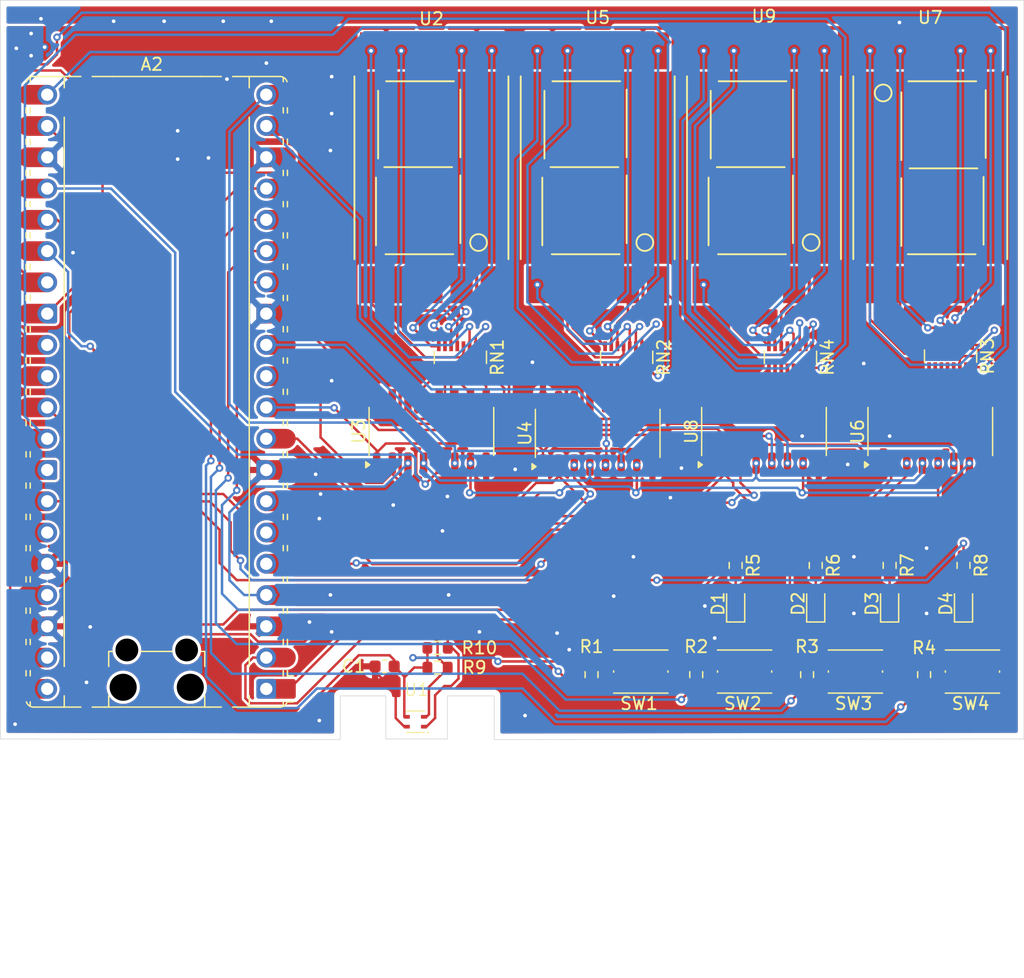
<source format=kicad_pcb>
(kicad_pcb (version 20241229) (generator "pcbnew") (generator_version "9.0")
  (layers (0 "F.Cu" signal) (2 "B.Cu" signal) (13 "F.Paste" user) (15 "B.Paste" user) (5 "F.SilkS" user "F.Silkscreen") (7 "B.SilkS" user "B.Silkscreen") (1 "F.Mask" user) (3 "B.Mask" user) (25 "Edge.Cuts" user))
  (net 0 "")
  (net 1 "GND")
  (net 2 "/Raspberry Pi Pico/GPIO22")
  (net 3 "/Raspberry Pi Pico/GPIO21")
  (net 4 "/Raspberry Pi Pico/GPIO16")
  (net 5 "/Raspberry Pi Pico/GPIO10")
  (net 6 "/Raspberry Pi Pico/GPIO11")
  (net 7 "/Raspberry Pi Pico/SDA")
  (net 8 "/Raspberry Pi Pico/GPIO3")
  (net 9 "/Raspberry Pi Pico/GPIO5")
  (net 10 "+3.3V")
  (net 11 "/Raspberry Pi Pico/GPIO17")
  (net 12 "/Raspberry Pi Pico/SCL")
  (net 13 "/Raspberry Pi Pico/GPIO27")
  (net 14 "/Raspberry Pi Pico/GPIO13")
  (net 16 "/Raspberry Pi Pico/GPIO12")
  (net 17 "/Raspberry Pi Pico/GPIO7")
  (net 19 "/Raspberry Pi Pico/GPIO9")
  (net 20 "/Raspberry Pi Pico/GPIO4")
  (net 21 "/Raspberry Pi Pico/GPIO26")
  (net 22 "/Raspberry Pi Pico/GPIO28")
  (net 23 "/Raspberry Pi Pico/GPIO6")
  (net 25 "/Raspberry Pi Pico/GPIO8")
  (net 28 "/Raspberry Pi Pico/GPIO18")
  (net 29 "/Raspberry Pi Pico/GPIO20")
  (net 30 "/Raspberry Pi Pico/GPIO2")
  (net 31 "/Raspberry Pi Pico/GPIO19")
  (net 33 "Net-(D1-A)")
  (net 34 "Net-(D2-A)")
  (net 35 "Net-(D3-A)")
  (net 36 "Net-(D4-A)")
  (net 37 "Net-(RN1-R6.2)")
  (net 38 "Net-(RN1-R3.2)")
  (net 39 "Net-(RN1-R5.2)")
  (net 40 "Net-(RN1-R3.1)")
  (net 41 "Net-(RN1-R7.1)")
  (net 42 "Net-(RN1-R2.2)")
  (net 43 "Net-(RN1-R1.1)")
  (net 44 "Net-(RN1-R7.2)")
  (net 45 "Net-(RN1-R6.1)")
  (net 46 "Net-(RN1-R8.1)")
  (net 47 "Net-(RN1-R5.1)")
  (net 48 "Net-(RN1-R8.2)")
  (net 50 "Net-(RN1-R2.1)")
  (net 51 "Net-(RN1-R4.1)")
  (net 52 "Net-(RN1-R4.2)")
  (net 53 "Net-(RN2-R2.1)")
  (net 54 "Net-(RN2-R4.1)")
  (net 55 "Net-(RN2-R6.2)")
  (net 56 "Net-(RN2-R3.1)")
  (net 57 "Net-(RN2-R6.1)")
  (net 58 "Net-(RN2-R5.1)")
  (net 59 "Net-(RN2-R1.1)")
  (net 60 "Net-(RN2-R8.2)")
  (net 61 "Net-(RN2-R5.2)")
  (net 62 "Net-(RN2-R3.2)")
  (net 63 "Net-(RN2-R2.2)")
  (net 64 "Net-(RN2-R8.1)")
  (net 65 "Net-(RN2-R4.2)")
  (net 66 "Net-(RN2-R7.1)")
  (net 67 "Net-(RN2-R7.2)")
  (net 68 "Net-(RN3-R6.2)")
  (net 69 "Net-(RN3-R4.2)")
  (net 70 "Net-(RN3-R8.2)")
  (net 71 "Net-(RN3-R5.2)")
  (net 72 "Net-(RN3-R2.2)")
  (net 73 "Net-(RN3-R5.1)")
  (net 74 "Net-(RN3-R8.1)")
  (net 75 "Net-(RN3-R4.1)")
  (net 76 "Net-(RN3-R1.1)")
  (net 77 "Net-(RN3-R3.1)")
  (net 78 "Net-(RN3-R2.1)")
  (net 79 "Net-(RN3-R7.1)")
  (net 80 "Net-(RN3-R7.2)")
  (net 81 "Net-(RN3-R3.2)")
  (net 82 "Net-(RN3-R6.1)")
  (net 83 "Net-(RN4-R6.1)")
  (net 84 "Net-(RN4-R2.2)")
  (net 85 "Net-(RN4-R5.1)")
  (net 86 "Net-(RN4-R1.1)")
  (net 87 "Net-(RN4-R8.2)")
  (net 88 "Net-(RN4-R2.1)")
  (net 89 "Net-(RN4-R5.2)")
  (net 90 "Net-(RN4-R8.1)")
  (net 91 "Net-(RN4-R7.1)")
  (net 92 "Net-(RN4-R4.2)")
  (net 93 "Net-(RN4-R3.1)")
  (net 94 "Net-(RN4-R3.2)")
  (net 95 "Net-(RN4-R4.1)")
  (net 96 "Net-(RN4-R6.2)")
  (net 97 "Net-(RN4-R7.2)")
  (net 103 "/Raspberry Pi Pico/GPIO15")
  (net 105 "/Raspberry Pi Pico/GPIO14")
  (footprint "LED_SMD:LED_0603_1608Metric" (layer "F.Cu") (at 188.2 116.4125 90)
    (property "Reference" "D1")
    (property "Value" "LED_C")
  )
  (footprint "Resistor_SMD:R_0603_1608Metric" (layer "F.Cu") (at 194.7 113.3 -90)
    (property "Reference" "R6")
    (property "Value" "270R")
  )
  (footprint "Resistor_SMD:R_0603_1608Metric" (layer "F.Cu") (at 176.5 122.175 -90)
    (property "Reference" "R1")
    (property "Value" "10k")
  )
  (footprint "Resistor_SMD:R_0603_1608Metric" (layer "F.Cu") (at 164 121.6)
    (property "Reference" "R9")
    (property "Value" "4K7")
  )
  (footprint "Resistor_SMD:R_Array_Convex_8x0602" (layer "F.Cu") (at 165.85 96.4 -90)
    (property "Reference" "RN1")
    (property "Value" "R_Pack08")
  )
  (footprint "Resistor_SMD:R_0603_1608Metric" (layer "F.Cu") (at 194 122.175 -90)
    (property "Reference" "R3")
    (property "Value" "10k")
  )
  (footprint "WSEN-HIDS Library:WSEN-HIDS_Footprint" (layer "F.Cu") (at 162.2 126 180)
    (property "Reference" "U1")
    (property "Value" "~")
  )
  (footprint "Resistor_SMD:R_0603_1608Metric" (layer "F.Cu") (at 185 122.175 -90)
    (property "Reference" "R2")
    (property "Value" "10k")
  )
  (footprint "LED_SMD:LED_0603_1608Metric" (layer "F.Cu") (at 194.7 116.4125 90)
    (property "Reference" "D2")
    (property "Value" "LED_Hum")
  )
  (footprint "Module:RaspberryPi_Pico_Common_Unspecified" (layer "F.Cu") (at 141.2 99.2 180)
    (property "Reference" "A2")
    (property "Value" "RaspberryPi_Pico")
  )
  (footprint "LED_SMD:LED_0603_1608Metric" (layer "F.Cu") (at 206.7 116.4125 90)
    (property "Reference" "D4")
    (property "Value" "LED_MIN")
  )
  (footprint "Button_Switch_SMD:SW_Push_1P1T_NO_Vertical_Wuerth_434133025816" (layer "F.Cu") (at 207.425 121.925 180)
    (property "Reference" "SW4")
    (property "Value" "SW_Push")
  )
  (footprint "LED_SMD:LED_0603_1608Metric" (layer "F.Cu") (at 200.7 116.4125 90)
    (property "Reference" "D3")
    (property "Value" "LED_MAX")
  )
  (footprint "Resistor_SMD:R_Array_Convex_8x0602" (layer "F.Cu") (at 179.35 96.4 -90)
    (property "Reference" "RN2")
    (property "Value" "R_Pack08")
  )
  (footprint "Resistor_SMD:R_0603_1608Metric" (layer "F.Cu") (at 203.5 122.175 -90)
    (property "Reference" "R4")
    (property "Value" "10k")
  )
  (footprint "Resistor_SMD:R_0603_1608Metric" (layer "F.Cu") (at 188.2 113.3 -90)
    (property "Reference" "R5")
    (property "Value" "270R")
  )
  (footprint "Display_7Segment:7SEGMENT-LED__HDSM531_HDSM533_SMD" (layer "F.Cu") (at 204 81 -90)
    (property "Reference" "U7")
    (property "Value" "KCSC02-107")
  )
  (footprint "Resistor_SMD:R_0603_1608Metric" (layer "F.Cu") (at 200.7 113.3 -90)
    (property "Reference" "R7")
    (property "Value" "270R")
  )
  (footprint "Display_7Segment:7SEGMENT-LED__HDSM531_HDSM533_SMD" (layer "F.Cu") (at 177 81 90)
    (property "Reference" "U5")
    (property "Value" "KCSC02-107")
  )
  (footprint "Button_Switch_SMD:SW_Push_1P1T_NO_Vertical_Wuerth_434133025816" (layer "F.Cu") (at 197.925 121.925 180)
    (property "Reference" "SW3")
    (property "Value" "SW_Push")
  )
  (footprint "Display_7Segment:7SEGMENT-LED__HDSM531_HDSM533_SMD" (layer "F.Cu") (at 163.5 81 90)
    (property "Reference" "U2")
    (property "Value" "KCSC02-107")
  )
  (footprint "Capacitor_SMD:C_0603_1608Metric" (layer "F.Cu") (at 159.7 121.5 180)
    (property "Reference" "C1")
    (property "Value" "100n")
  )
  (footprint "Resistor_SMD:R_Array_Convex_8x0602" (layer "F.Cu") (at 205.65 96.3 -90)
    (property "Reference" "RN3")
    (property "Value" "R_Pack08")
  )
  (footprint "Resistor_SMD:R_0603_1608Metric" (layer "F.Cu") (at 206.7 113.3 -90)
    (property "Reference" "R8")
    (property "Value" "270R")
  )
  (footprint "Button_Switch_SMD:SW_Push_1P1T_NO_Vertical_Wuerth_434133025816" (layer "F.Cu") (at 188.925 121.925 180)
    (property "Reference" "SW2")
    (property "Value" "SW_Push")
  )
  (footprint "Resistor_SMD:R_0603_1608Metric" (layer "F.Cu") (at 164 120)
    (property "Reference" "R10")
    (property "Value" "4K7")
  )
  (footprint "Package_SO:SO-16_3.9x9.9mm_P1.27mm" (layer "F.Cu") (at 190.5 102.425 90)
    (property "Reference" "U8")
    (property "Value" "74HC4511")
  )
  (footprint "Display_7Segment:7SEGMENT-LED__HDSM531_HDSM533_SMD" (layer "F.Cu") (at 190.5 81 90)
    (property "Reference" "U9")
    (property "Value" "KCSC02-107")
  )
  (footprint "Button_Switch_SMD:SW_Push_1P1T_NO_Vertical_Wuerth_434133025816" (layer "F.Cu") (at 180.5 121.925 180)
    (property "Reference" "SW1")
    (property "Value" "SW_Push")
  )
  (footprint "Package_SO:SO-16_3.9x9.9mm_P1.27mm" (layer "F.Cu") (at 204 102.425 90)
    (property "Reference" "U6")
    (property "Value" "74HC4511")
  )
  (footprint "Package_SO:SO-16_3.9x9.9mm_P1.27mm" (layer "F.Cu") (at 177 102.575 90)
    (property "Reference" "U4")
    (property "Value" "74HC4511")
  )
  (footprint "Package_SO:SO-16_3.9x9.9mm_P1.27mm" (layer "F.Cu") (at 163.5 102.425 90)
    (property "Reference" "U3")
    (property "Value" "74HC4511")
  )
  (footprint "Resistor_SMD:R_Array_Convex_8x0602" (layer "F.Cu") (at 192.65 96.4 -90)
    (property "Reference" "RN4")
    (property "Value" "R_Pack08")
  )
  (gr_poly (pts (xy 128.5 67.4) (xy 211.6 67.4) (xy 211.6 127.4) (xy 168.6 127.45) (xy 168.6 123.9) (xy 164.8 123.9) (xy 164.8 127.4) (xy 159.8 127.4) (xy 159.8 123.9) (xy 156.1 123.9) (xy 156.1 127.45) (xy 128.5 127.399818)) (stroke (width 0.05)) (fill no) (layer "Edge.Cuts"))
  (segment (start 160.601 123.601) (end 160.601 125.702) (width 0.2) (layer "F.Cu") (net 1))
  (segment (start 158.925 121.5) (end 158.925 121.925) (width 0.2) (layer "F.Cu") (net 1))
  (segment (start 134.4 90.76) (end 134.4 87.9) (width 0.2) (layer "F.Cu") (net 1))
  (segment (start 160.601 125.702) (end 161.299 126.4) (width 0.2) (layer "F.Cu") (net 1))
  (segment (start 158.925 121.925) (end 160.601 123.601) (width 0.2) (layer "F.Cu") (net 1))
  (segment (start 132.31 92.85) (end 134.4 90.76) (width 0.2) (layer "F.Cu") (net 1))
  (via (at 155.3 79.6) (size 0.6) (drill 0.3) (layers "F.Cu" "B.Cu") (net 1))
  (via (at 174.6872 120.147582) (size 0.6) (drill 0.3) (layers "F.Cu" "B.Cu") (net 1))
  (via (at 171.7 96.8) (size 0.6) (drill 0.3) (layers "F.Cu" "B.Cu") (net 1))
  (via (at 145.4 80.2) (size 0.6) (drill 0.3) (layers "F.Cu" "B.Cu") (net 1))
  (via (at 203.7 111.9) (size 0.6) (drill 0.3) (layers "F.Cu" "B.Cu") (net 1))
  (via (at 167.4 118.7) (size 0.6) (drill 0.3) (layers "F.Cu" "B.Cu") (net 1))
  (via (at 178.3 115.8) (size 0.6) (drill 0.3) (layers "F.Cu" "B.Cu") (net 1))
  (via (at 182.9 107.8) (size 0.6) (drill 0.3) (layers "F.Cu" "B.Cu") (net 1))
  (via (at 137.7 69.1) (size 0.6) (drill 0.3) (layers "F.Cu" "B.Cu") (net 1))
  (via (at 164.4 110.5) (size 0.6) (drill 0.3) (layers "F.Cu" "B.Cu") (net 1))
  (via (at 150.5 69.1) (size 0.6) (drill 0.3) (layers "F.Cu" "B.Cu") (net 1))
  (via (at 129.7 126.2) (size 0.6) (drill 0.3) (layers "F.Cu" "B.Cu") (net 1))
  (via (at 135.8 118.3) (size 0.6) (drill 0.3) (layers "F.Cu" "B.Cu") (net 1))
  (via (at 155.4 73.6) (size 0.6) (drill 0.3) (layers "F.Cu" "B.Cu") (net 1))
  (via (at 154.5 107.5) (size 0.6) (drill 0.3) (layers "F.Cu" "B.Cu") (net 1))
  (via (at 197.8 112.6) (size 0.6) (drill 0.3) (layers "F.Cu" "B.Cu") (net 1))
  (via (at 170.3 105.5) (size 0.6) (drill 0.3) (layers "F.Cu" "B.Cu") (net 1))
  (via (at 155.4 76.6) (size 0.6) (drill 0.3) (layers "F.Cu" "B.Cu") (net 1))
  (via (at 200.7 102.8) (size 0.6) (drill 0.3) (layers "F.Cu" "B.Cu") (net 1))
  (via (at 155.4 118.7) (size 0.6) (drill 0.3) (layers "F.Cu" "B.Cu") (net 1))
  (via (at 142.9 80.3) (size 0.6) (drill 0.3) (layers "F.Cu" "B.Cu") (net 1))
  (via (at 173.7 118.8) (size 0.6) (drill 0.3) (layers "F.Cu" "B.Cu") (net 1))
  (via (at 171.1 125.5) (size 0.6) (drill 0.3) (layers "F.Cu" "B.Cu") (net 1))
  (via (at 179.9 112.6) (size 0.6) (drill 0.3) (layers "F.Cu" "B.Cu") (net 1))
  (via (at 203.7 117.2) (size 0.6) (drill 0.3) (layers "F.Cu" "B.Cu") (net 1))
  (via (at 154.4 125.9) (size 0.6) (drill 0.3) (layers "F.Cu" "B.Cu") (net 1))
  (via (at 146.6 69.1) (size 0.6) (drill 0.3) (layers "F.Cu" "B.Cu") (net 1))
  (via (at 150.1 72.5) (size 0.6) (drill 0.3) (layers "F.Cu" "B.Cu") (net 1))
  (via (at 154.4 109.5) (size 0.6) (drill 0.3) (layers "F.Cu" "B.Cu") (net 1))
  (via (at 154.1 105.9) (size 0.6) (drill 0.3) (layers "F.Cu" "B.Cu") (net 1))
  (via (at 185.7 116.6) (size 0.6) (drill 0.3) (layers "F.Cu" "B.Cu") (net 1))
  (via (at 142.9 78) (size 0.6) (drill 0.3) (layers "F.Cu" "B.Cu") (net 1))
  (via (at 155.3 115.7) (size 0.6) (drill 0.3) (layers "F.Cu" "B.Cu") (net 1))
  (via (at 135.5 122.8) (size 0.6) (drill 0.3) (layers "F.Cu" "B.Cu") (net 1))
  (via (at 186.5 119.2) (size 0.6) (drill 0.3) (layers "F.Cu" "B.Cu") (net 1))
  (via (at 141.8 69.1) (size 0.6) (drill 0.3) (layers "F.Cu" "B.Cu") (net 1))
  (via (at 155.4 98.3) (size 0.6) (drill 0.3) (layers "F.Cu" "B.Cu") (net 1))
  (via (at 160.4 108.4) (size 0.6) (drill 0.3) (layers "F.Cu" "B.Cu") (net 1))
  (via (at 193.6 102.8) (size 0.6) (drill 0.3) (layers "F.Cu" "B.Cu") (net 1))
  (via (at 164.8 107.7) (size 0.6) (drill 0.3) (layers "F.Cu" "B.Cu") (net 1))
  (via (at 197.8 117.2) (size 0.6) (drill 0.3) (layers "F.Cu" "B.Cu") (net 1))
  (via (at 153.6 117.9) (size 0.6) (drill 0.3) (layers "F.Cu" "B.Cu") (net 1))
  (via (at 146.9 73.8) (size 0.6) (drill 0.3) (layers "F.Cu" "B.Cu") (net 1))
  (via (at 197.3 105.1) (size 0.6) (drill 0.3) (layers "F.Cu" "B.Cu") (net 1))
  (via (at 183.8 105.4) (size 0.6) (drill 0.3) (layers "F.Cu" "B.Cu") (net 1))
  (via (at 134.4 87.9) (size 0.6) (drill 0.3) (layers "F.Cu" "B.Cu") (net 1))
  (via (at 164.9 115.7) (size 0.6) (drill 0.3) (layers "F.Cu" "B.Cu") (net 1))
  (via (at 131.8 68.9) (size 0.6) (drill 0.3) (layers "F.Cu" "B.Cu") (net 1))
  (via (at 201.5 69.2) (size 0.6) (drill 0.3) (layers "F.Cu" "B.Cu") (net 1))
  (via (at 198.6 96.9) (size 0.6) (drill 0.3) (layers "F.Cu" "B.Cu") (net 1))
  (segment (start 129.101 73.699) (end 129.101 93.31237) (width 0.2) (layer "F.Cu") (net 2))
  (segment (start 133.1 71.8) (end 132.3 72.6) (width 0.2) (layer "F.Cu") (net 2))
  (segment (start 131.17863 95.39) (end 132.31 95.39) (width 0.2) (layer "F.Cu") (net 2))
  (segment (start 132.3 72.6) (end 130.2 72.6) (width 0.2) (layer "F.Cu") (net 2))
  (segment (start 207.4 97.2) (end 208.2 97.2) (width 0.2) (layer "F.Cu") (net 2))
  (segment (start 208.2 97.2) (end 208.3 97.3) (width 0.2) (layer "F.Cu") (net 2))
  (segment (start 130.2 72.6) (end 129.101 73.699) (width 0.2) (layer "F.Cu") (net 2))
  (segment (start 129.101 93.31237) (end 131.17863 95.39) (width 0.2) (layer "F.Cu") (net 2))
  (segment (start 133.1 70.4) (end 133.1 71.8) (width 0.2) (layer "F.Cu") (net 2))
  (via (at 208.3 97.3) (size 0.6) (drill 0.3) (layers "F.Cu" "B.Cu") (net 2))
  (via (at 133.1 70.4) (size 0.6) (drill 0.3) (layers "F.Cu" "B.Cu") (net 2))
  (segment (start 210.1 95.5) (end 208.3 97.3) (width 0.2) (layer "B.Cu") (net 2))
  (segment (start 210.1 69.7) (end 210.1 95.5) (width 0.2) (layer "B.Cu") (net 2))
  (segment (start 133.1 70.4) (end 135.1 68.4) (width 0.2) (layer "B.Cu") (net 2))
  (segment (start 135.1 68.4) (end 208.8 68.4) (width 0.2) (layer "B.Cu") (net 2))
  (segment (start 208.8 68.4) (end 210.1 69.7) (width 0.2) (layer "B.Cu") (net 2))
  (segment (start 153.9 82.3) (end 153 81.4) (width 0.2) (layer "F.Cu") (net 3))
  (segment (start 133.4 73.1) (end 130.4 73.1) (width 0.2) (layer "F.Cu") (net 3))
  (segment (start 187.3 102.8) (end 186.7 102.2) (width 0.2) (layer "F.Cu") (net 3))
  (segment (start 182.9 102.3) (end 159.2 102.3) (width 0.2) (layer "F.Cu") (net 3))
  (segment (start 129.502 73.998) (end 129.502 88.63337) (width 0.2) (layer "F.Cu") (net 3))
  (segment (start 141.7 81.4) (end 133.4 73.1) (width 0.2) (layer "F.Cu") (net 3))
  (segment (start 129.502 88.63337) (end 131.17863 90.31) (width 0.2) (layer "F.Cu") (net 3))
  (segment (start 130.4 73.1) (end 129.502 73.998) (width 0.2) (layer "F.Cu") (net 3))
  (segment (start 190.9 102.8) (end 187.3 102.8) (width 0.2) (layer "F.Cu") (net 3))
  (segment (start 131.17863 90.31) (end 132.31 90.31) (width 0.2) (layer "F.Cu") (net 3))
  (segment (start 153 81.4) (end 141.7 81.4) (width 0.2) (layer "F.Cu") (net 3))
  (segment (start 186.7 102.2) (end 183 102.2) (width 0.2) (layer "F.Cu") (net 3))
  (segment (start 157.7 98.5) (end 153.9 94.7) (width 0.2) (layer "F.Cu") (net 3))
  (segment (start 183 102.2) (end 182.9 102.3) (width 0.2) (layer "F.Cu") (net 3))
  (segment (start 159.2 102.3) (end 157.7 100.8) (width 0.2) (layer "F.Cu") (net 3))
  (segment (start 157.7 100.8) (end 157.7 98.5) (width 0.2) (layer "F.Cu") (net 3))
  (segment (start 153.9 94.7) (end 153.9 82.3) (width 0.2) (layer "F.Cu") (net 3))
  (via (at 191.135 105) (size 0.6) (drill 0.3) (layers "F.Cu" "B.Cu") (net 3))
  (via (at 190.9 102.8) (size 0.6) (drill 0.3) (layers "F.Cu" "B.Cu") (net 3))
  (segment (start 191.135 103.035) (end 190.9 102.8) (width 0.2) (layer "B.Cu") (net 3))
  (segment (start 191.135 105) (end 191.135 103.035) (width 0.2) (layer "B.Cu") (net 3))
  (segment (start 181.9 97.9) (end 181.7 97.9) (width 0.2) (layer "F.Cu") (net 4))
  (segment (start 181.7 97.9) (end 181.1 97.3) (width 0.2) (layer "F.Cu") (net 4))
  (via (at 181.9 97.9) (size 0.6) (drill 0.3) (layers "F.Cu" "B.Cu") (net 4))
  (segment (start 182.7 71) (end 182.9 70.8) (width 0.2) (layer "B.Cu") (net 4))
  (segment (start 135.78 71.6) (end 132.31 75.07) (width 0.2) (layer "B.Cu") (net 4))
  (segment (start 155.9 71.6) (end 135.78 71.6) (width 0.2) (layer "B.Cu") (net 4))
  (segment (start 181.7 69.6) (end 157.9 69.6) (width 0.2) (layer "B.Cu") (net 4))
  (segment (start 182.7 97.1) (end 182.7 71) (width 0.2) (layer "B.Cu") (net 4))
  (segment (start 157.9 69.6) (end 155.9 71.6) (width 0.2) (layer "B.Cu") (net 4))
  (segment (start 182.9 70.8) (end 181.7 69.6) (width 0.2) (layer "B.Cu") (net 4))
  (segment (start 181.9 97.9) (end 182.7 97.1) (width 0.2) (layer "B.Cu") (net 4))
  (segment (start 174.9 123) (end 173.8 121.9) (width 0.2) (layer "F.Cu") (net 5))
  (segment (start 147.7 91.5) (end 148.89 90.31) (width 0.2) (layer "F.Cu") (net 5))
  (segment (start 178.425 123) (end 182.575 123) (width 0.2) (layer "F.Cu") (net 5))
  (segment (start 147.7 107.2) (end 147.7 91.5) (width 0.2) (layer "F.Cu") (net 5))
  (segment (start 148.89 90.31) (end 150.09 90.31) (width 0.2) (layer "F.Cu") (net 5))
  (segment (start 176.5 123) (end 178.425 123) (width 0.2) (layer "F.Cu") (net 5))
  (segment (start 176.5 123) (end 174.9 123) (width 0.2) (layer "F.Cu") (net 5))
  (via (at 173.8 121.9) (size 0.6) (drill 0.3) (layers "F.Cu" "B.Cu") (net 5))
  (via (at 147.7 107.2) (size 0.6) (drill 0.3) (layers "F.Cu" "B.Cu") (net 5))
  (segment (start 173.8 121.9) (end 168.8 116.9) (width 0.2) (layer "B.Cu") (net 5))
  (segment (start 168.8 116.9) (end 147.8 116.9) (width 0.2) (layer "B.Cu") (net 5))
  (segment (start 146.5 108.4) (end 147.7 107.2) (width 0.2) (layer "B.Cu") (net 5))
  (segment (start 147.8 116.9) (end 146.5 115.6) (width 0.2) (layer "B.Cu") (net 5))
  (segment (start 146.5 115.6) (end 146.5 108.4) (width 0.2) (layer "B.Cu") (net 5))
  (segment (start 148.73 87.77) (end 150.09 87.77) (width 0.2) (layer "F.Cu") (net 6))
  (segment (start 183.8 124.2) (end 185 123) (width 0.2) (layer "F.Cu") (net 6))
  (segment (start 185 123) (end 186.85 123) (width 0.2) (layer "F.Cu") (net 6))
  (segment (start 147 89.5) (end 148.73 87.77) (width 0.2) (layer "F.Cu") (net 6))
  (segment (start 186.85 123) (end 191 123) (width 0.2) (layer "F.Cu") (net 6))
  (segment (start 147 106.2) (end 147 89.5) (width 0.2) (layer "F.Cu") (net 6))
  (via (at 183.8 124.2) (size 0.6) (drill 0.3) (layers "F.Cu" "B.Cu") (net 6))
  (via (at 147 106.2) (size 0.6) (drill 0.3) (layers "F.Cu" "B.Cu") (net 6))
  (segment (start 169.889 119.689) (end 147.689 119.689) (width 0.2) (layer "B.Cu") (net 6))
  (segment (start 183.8 124.2) (end 174.4 124.2) (width 0.2) (layer "B.Cu") (net 6))
  (segment (start 147.689 119.689) (end 146.002 118.002) (width 0.2) (layer "B.Cu") (net 6))
  (segment (start 146.002 107.198) (end 147 106.2) (width 0.2) (layer "B.Cu") (net 6))
  (segment (start 146.002 118.002) (end 146.002 107.198) (width 0.2) (layer "B.Cu") (net 6))
  (segment (start 174.4 124.2) (end 169.889 119.689) (width 0.2) (layer "B.Cu") (net 6))
  (segment (start 165.7 120.525) (end 164.875 119.7) (width 0.2) (layer "F.Cu") (net 7))
  (segment (start 164.825 120) (end 164.825 119.325) (width 0.2) (layer "F.Cu") (net 7))
  (segment (start 151.97 123.33) (end 150.09 123.33) (width 0.2) (layer "F.Cu") (net 7))
  (segment (start 164.550058 123.1) (end 165.1 123.1) (width 0.2) (layer "F.Cu") (net 7))
  (segment (start 165.1 123.1) (end 165.7 122.5) (width 0.2) (layer "F.Cu") (net 7))
  (segment (start 164.1 118.6) (end 156.7 118.6) (width 0.2) (layer "F.Cu") (net 7))
  (segment (start 164.825 119.325) (end 164.1 118.6) (width 0.2) (layer "F.Cu") (net 7))
  (segment (start 163.8 125.701) (end 163.8 123.850058) (width 0.2) (layer "F.Cu") (net 7))
  (segment (start 156.7 118.6) (end 151.97 123.33) (width 0.2) (layer "F.Cu") (net 7))
  (segment (start 165.7 122.5) (end 165.7 120.525) (width 0.2) (layer "F.Cu") (net 7))
  (segment (start 163.101 126.4) (end 163.8 125.701) (width 0.2) (layer "F.Cu") (net 7))
  (segment (start 163.8 123.850058) (end 164.550058 123.1) (width 0.2) (layer "F.Cu") (net 7))
  (segment (start 175.095 106.195) (end 175.095 105.15) (width 0.2) (layer "F.Cu") (net 8))
  (segment (start 157.33 113.17) (end 150.09 113.17) (width 0.2) (layer "F.Cu") (net 8))
  (segment (start 176.4 107.5) (end 175.095 106.195) (width 0.2) (layer "F.Cu") (net 8))
  (segment (start 157.4 113.1) (end 157.33 113.17) (width 0.2) (layer "F.Cu") (net 8))
  (via (at 176.4 107.5) (size 0.6) (drill 0.3) (layers "F.Cu" "B.Cu") (net 8))
  (via (at 157.4 113.1) (size 0.6) (drill 0.3) (layers "F.Cu" "B.Cu") (net 8))
  (via (at 175.095 105.15) (size 0.6) (drill 0.3) (layers "F.Cu" "B.Cu") (net 8))
  (segment (start 157.4 113.1) (end 170.8 113.1) (width 0.2) (layer "B.Cu") (net 8))
  (segment (start 170.8 113.1) (end 176.4 107.5) (width 0.2) (layer "B.Cu") (net 8))
  (segment (start 189.6 107.6) (end 188.595 106.595) (width 0.2) (layer "F.Cu") (net 9))
  (segment (start 154.240057 108.09) (end 150.09 108.09) (width 0.2) (layer "F.Cu") (net 9))
  (segment (start 169.6 111.3) (end 159.2 111.3) (width 0.2) (layer "F.Cu") (net 9))
  (segment (start 186.3 108.2) (end 185.2 109.3) (width 0.2) (layer "F.Cu") (net 9))
  (segment (start 189.7 107.6) (end 189.6 107.6) (width 0.2) (layer "F.Cu") (net 9))
  (segment (start 188.595 106.595) (end 188.595 105) (width 0.2) (layer "F.Cu") (net 9))
  (segment (start 154.251057 108.101) (end 154.240057 108.09) (width 0.2) (layer "F.Cu") (net 9))
  (segment (start 171.6 109.3) (end 169.6 111.3) (width 0.2) (layer "F.Cu") (net 9))
  (segment (start 187.9 108.2) (end 186.3 108.2) (width 0.2) (layer "F.Cu") (net 9))
  (segment (start 155.99 108.09) (end 154.759943 108.09) (width 0.2) (layer "F.Cu") (net 9))
  (segment (start 159.2 111.3) (end 155.99 108.09) (width 0.2) (layer "F.Cu") (net 9))
  (segment (start 185.2 109.3) (end 171.6 109.3) (width 0.2) (layer "F.Cu") (net 9))
  (segment (start 154.748943 108.101) (end 154.251057 108.101) (width 0.2) (layer "F.Cu") (net 9))
  (segment (start 154.759943 108.09) (end 154.748943 108.101) (width 0.2) (layer "F.Cu") (net 9))
  (via (at 187.9 108.2) (size 0.6) (drill 0.3) (layers "F.Cu" "B.Cu") (net 9))
  (via (at 189.7 107.6) (size 0.6) (drill 0.3) (layers "F.Cu" "B.Cu") (net 9))
  (segment (start 187.9 108.2) (end 188.5 107.6) (width 0.2) (layer "B.Cu") (net 9))
  (segment (start 188.5 107.6) (end 189.7 107.6) (width 0.2) (layer "B.Cu") (net 9))
  (segment (start 163.175 121.6) (end 163.175 120.8) (width 0.2) (layer "F.Cu") (net 10))
  (segment (start 160.475 121.5) (end 160.475 120.975) (width 0.2) (layer "F.Cu") (net 10))
  (segment (start 186.3 119.9) (end 193.3 119.9) (width 0.2) (layer "F.Cu") (net 10))
  (segment (start 194.7 119.9) (end 202.05 119.9) (width 0.2) (layer "F.Cu") (net 10))
  (segment (start 161.376 122.324) (end 162.1 121.6) (width 0.2) (layer "F.Cu") (net 10))
  (segment (start 168.9 121.1) (end 176.25 121.1) (width 0.2) (layer "F.Cu") (net 10))
  (segment (start 183.1 119.1) (end 185 121) (width 0.2) (layer "F.Cu") (net 10))
  (segment (start 163.175 120.8) (end 162 120.8) (width 0.2) (layer "F.Cu") (net 10))
  (segment (start 157.6 120.6) (end 152.4 125.8) (width 0.2) (layer "F.Cu") (net 10))
  (segment (start 185 121.2) (end 186.3 119.9) (width 0.2) (layer "F.Cu") (net 10))
  (segment (start 129.3 114.2) (end 130.33 113.17) (width 0.2) (layer "F.Cu") (net 10))
  (segment (start 161.299 122.324) (end 161.299 125.6) (width 0.2) (layer "F.Cu") (net 10))
  (segment (start 160.475 120.975) (end 160.1 120.6) (width 0.2) (layer "F.Cu") (net 10))
  (segment (start 194 120.6) (end 194 121.35) (width 0.2) (layer "F.Cu") (net 10))
  (segment (start 152.4 125.8) (end 130.3 125.8) (width 0.2) (layer "F.Cu") (net 10))
  (segment (start 129.3 124.8) (end 129.3 114.2) (width 0.2) (layer "F.Cu") (net 10))
  (segment (start 202.05 119.9) (end 203.5 121.35) (width 0.2) (layer "F.Cu") (net 10))
  (segment (start 194 120.6) (end 194.7 119.9) (width 0.2) (layer "F.Cu") (net 10))
  (segment (start 160.475 121.5) (end 161.299 122.324) (width 0.2) (layer "F.Cu") (net 10))
  (segment (start 162.1 121.6) (end 163.175 121.6) (width 0.2) (layer "F.Cu") (net 10))
  (segment (start 160.1 120.6) (end 157.6 120.6) (width 0.2) (layer "F.Cu") (net 10))
  (segment (start 185 121.35) (end 185 121.2) (width 0.2) (layer "F.Cu") (net 10))
  (segment (start 176.5 121.35) (end 176.5 120.3) (width 0.2) (layer "F.Cu") (net 10))
  (segment (start 130.33 113.17) (end 132.31 113.17) (width 0.2) (layer "F.Cu") (net 10))
  (segment (start 130.3 125.8) (end 129.3 124.8) (width 0.2) (layer "F.Cu") (net 10))
  (segment (start 193.3 119.9) (end 194 120.6) (width 0.2) (layer "F.Cu") (net 10))
  (segment (start 177.7 119.1) (end 183.1 119.1) (width 0.2) (layer "F.Cu") (net 10))
  (segment (start 176.25 121.1) (end 176.5 121.35) (width 0.2) (layer "F.Cu") (net 10))
  (segment (start 176.5 120.3) (end 177.7 119.1) (width 0.2) (layer "F.Cu") (net 10))
  (segment (start 163.175 120.8) (end 163.175 120) (width 0.2) (layer "F.Cu") (net 10))
  (segment (start 161.299 122.324) (end 161.376 122.324) (width 0.2) (layer "F.Cu") (net 10))
  (segment (start 185 121) (end 185 121.35) (width 0.2) (layer "F.Cu") (net 10))
  (via (at 162 120.8) (size 0.6) (drill 0.3) (layers "F.Cu" "B.Cu") (net 10))
  (via (at 168.9 121.1) (size 0.6) (drill 0.3) (layers "F.Cu" "B.Cu") (net 10))
  (via (at 129.8 71.3) (size 0.6) (drill 0.3) (layers "F.Cu" "B.Cu") (net 10))
  (via (at 132.1 71.2) (size 0.6) (drill 0.3) (layers "F.Cu" "B.Cu") (net 10))
  (via (at 131 71.9) (size 0.6) (drill 0.3) (layers "F.Cu" "B.Cu") (net 10))
  (via (at 131 70.1) (size 0.6) (drill 0.3) (layers "F.Cu" "B.Cu") (net 10))
  (segment (start 168.6 120.8) (end 168.9 121.1) (width 0.2) (layer "B.Cu") (net 10))
  (segment (start 162 120.8) (end 168.6 120.8) (width 0.2) (layer "B.Cu") (net 10))
  (segment (start 148.2 109.1) (end 146.6 107.5) (width 0.2) (layer "F.Cu") (net 11))
  (segment (start 136.8 106.2) (end 136.8 82.1) (width 0.2) (layer "F.Cu") (net 11))
  (segment (start 170.4 113.2) (end 158.7 113.2) (width 0.2) (layer "F.Cu") (net 11))
  (segment (start 173.2 110.4) (end 170.4 113.2) (width 0.2) (layer "F.Cu") (net 11))
  (segment (start 204.635 105) (end 204.635 107.765) (width 0.2) (layer "F.Cu") (net 11))
  (segment (start 148.2 111.2) (end 148.2 109.1) (width 0.2) (layer "F.Cu") (net 11))
  (segment (start 158.7 113.2) (end 157.231 111.731) (width 0.2) (layer "F.Cu") (net 11))
  (segment (start 148.731 111.731) (end 148.2 111.2) (width 0.2) (layer "F.Cu") (net 11))
  (segment (start 202 110.4) (end 173.2 110.4) (width 0.2) (layer "F.Cu") (net 11))
  (segment (start 157.231 111.731) (end 148.731 111.731) (width 0.2) (layer "F.Cu") (net 11))
  (segment (start 204.635 107.765) (end 202 110.4) (width 0.2) (layer "F.Cu") (net 11))
  (segment (start 138.1 107.5) (end 136.8 106.2) (width 0.2) (layer "F.Cu") (net 11))
  (segment (start 146.6 107.5) (end 138.1 107.5) (width 0.2) (layer "F.Cu") (net 11))
  (segment (start 136.8 82.1) (end 132.31 77.61) (width 0.2) (layer "F.Cu") (net 11))
  (via (at 204.635 105) (size 0.6) (drill 0.3) (layers "F.Cu" "B.Cu") (net 11))
  (segment (start 148.8 124.5) (end 152.6 124.5) (width 0.2) (layer "F.Cu") (net 12))
  (segment (start 163.3 123.175) (end 163.3 125.401) (width 0.2) (layer "F.Cu") (net 12))
  (segment (start 157.9 119.2) (end 163.7 119.2) (width 0.2) (layer "F.Cu") (net 12))
  (segment (start 150.09 120.79) (end 149.01 120.79) (width 0.2) (layer "F.Cu") (net 12))
  (segment (start 152.6 124.5) (end 157.9 119.2) (width 0.2) (layer "F.Cu") (net 12))
  (segment (start 164.875 121.6) (end 163.3 123.175) (width 0.2) (layer "F.Cu") (net 12))
  (segment (start 163.3 125.401) (end 163.101 125.6) (width 0.2) (layer "F.Cu") (net 12))
  (segment (start 148.4 124.1) (end 148.8 124.5) (width 0.2) (layer "F.Cu") (net 12))
  (segment (start 149.01 120.79) (end 148.4 121.4) (width 0.2) (layer "F.Cu") (net 12))
  (segment (start 163.7 119.2) (end 164 119.5) (width 0.2) (layer "F.Cu") (net 12))
  (segment (start 148.4 121.4) (end 148.4 124.1) (width 0.2) (layer "F.Cu") (net 12))
  (segment (start 164 119.5) (end 164 120.775) (width 0.2) (layer "F.Cu") (net 12))
  (segment (start 164 120.775) (end 164.825 121.6) (width 0.2) (layer "F.Cu") (net 12))
  (segment (start 195.15 97.25) (end 194.45 97.25) (width 0.2) (layer "F.Cu") (net 13))
  (segment (start 194.45 97.25) (end 194.4 97.3) (width 0.2) (layer "F.Cu") (net 13))
  (via (at 195.15 97.25) (size 0.6) (drill 0.3) (layers "F.Cu" "B.Cu") (net 13))
  (segment (start 195.6 68.9) (end 197.1 70.4) (width 0.2) (layer "B.Cu") (net 13))
  (segment (start 130.5 101.2) (end 130.5 97.5) (width 0.2) (layer "B.Cu") (net 13))
  (segment (start 197.1 95.3) (end 195.15 97.25) (width 0.2) (layer "B.Cu") (net 13))
  (segment (start 134.6 70.2) (end 155.5 70.2) (width 0.2) (layer "B.Cu") (net 13))
  (segment (start 132.31 103.01) (end 130.5 101.2) (width 0.2) (layer "B.Cu") (net 13))
  (segment (start 130.5 74.3) (end 134.6 70.2) (width 0.2) (layer "B.Cu") (net 13))
  (segment (start 195.15 97.25) (end 195.1 97.3) (width 0.2) (layer "B.Cu") (net 13))
  (segment (start 155.5 70.2) (end 156.8 68.9) (width 0.2) (layer "B.Cu") (net 13))
  (segment (start 197.1 70.4) (end 197.1 95.3) (width 0.2) (layer "B.Cu") (net 13))
  (segment (start 156.8 68.9) (end 195.6 68.9) (width 0.2) (layer "B.Cu") (net 13))
  (segment (start 130.5 97.5) (end 130.5 74.3) (width 0.2) (layer "B.Cu") (net 13))
  (segment (start 205.35 123) (end 209.5 123) (width 0.2) (layer "F.Cu") (net 14))
  (segment (start 145.6 104.8) (end 145.6 84.8) (width 0.2) (layer "F.Cu") (net 14))
  (segment (start 147.71 82.69) (end 150.09 82.69) (width 0.2) (layer "F.Cu") (net 14))
  (segment (start 201.7 124.8) (end 201.6 124.8) (width 0.2) (layer "F.Cu") (net 14))
  (segment (start 203.5 123) (end 205.35 123) (width 0.2) (layer "F.Cu") (net 14))
  (segment (start 203.5 123) (end 201.7 124.8) (width 0.2) (layer "F.Cu") (net 14))
  (segment (start 145.6 84.8) (end 147.71 82.69) (width 0.2) (layer "F.Cu") (net 14))
  (via (at 145.6 104.8) (size 0.6) (drill 0.3) (layers "F.Cu" "B.Cu") (net 14))
  (via (at 201.6 124.8) (size 0.6) (drill 0.3) (layers "F.Cu" "B.Cu") (net 14))
  (segment (start 152.6 124.9) (end 154.2 123.3) (width 0.2) (layer "B.Cu") (net 14))
  (segment (start 145.2 105.2) (end 145.2 122.3) (width 0.2) (layer "B.Cu") (net 14))
  (segment (start 170.9 123.3) (end 173.6 126) (width 0.2) (layer "B.Cu") (net 14))
  (segment (start 145.2 122.3) (end 147.8 124.9) (width 0.2) (layer "B.Cu") (net 14))
  (segment (start 147.8 124.9) (end 152.6 124.9) (width 0.2) (layer "B.Cu") (net 14))
  (segment (start 173.6 126) (end 200.4 126) (width 0.2) (layer "B.Cu") (net 14))
  (segment (start 145.6 104.8) (end 145.2 105.2) (width 0.2) (layer "B.Cu") (net 14))
  (segment (start 154.2 123.3) (end 170.9 123.3) (width 0.2) (layer "B.Cu") (net 14))
  (segment (start 200.4 126) (end 201.6 124.8) (width 0.2) (layer "B.Cu") (net 14))
  (segment (start 195.85 123) (end 200 123) (width 0.2) (layer "F.Cu") (net 16))
  (segment (start 194 123) (end 195.85 123) (width 0.2) (layer "F.Cu") (net 16))
  (segment (start 194 123) (end 192.7 124.3) (width 0.2) (layer "F.Cu") (net 16))
  (segment (start 146.3 87) (end 148.07 85.23) (width 0.2) (layer "F.Cu") (net 16))
  (segment (start 146.3 105.4) (end 146.3 87) (width 0.2) (layer "F.Cu") (net 16))
  (segment (start 148.07 85.23) (end 150.09 85.23) (width 0.2) (layer "F.Cu") (net 16))
  (via (at 146.3 105.4) (size 0.6) (drill 0.3) (layers "F.Cu" "B.Cu") (net 16))
  (via (at 192.7 124.3) (size 0.6) (drill 0.3) (layers "F.Cu" "B.Cu") (net 16))
  (segment (start 145.601 106.099) (end 145.601 120.401) (width 0.2) (layer "B.Cu") (net 16))
  (segment (start 191.9 125.1) (end 192.7 124.3) (width 0.2) (layer "B.Cu") (net 16))
  (segment (start 147.3 122.1) (end 170.9 122.1) (width 0.2) (layer "B.Cu") (net 16))
  (segment (start 146.3 105.4) (end 145.601 106.099) (width 0.2) (layer "B.Cu") (net 16))
  (segment (start 145.601 120.401) (end 147.3 122.1) (width 0.2) (layer "B.Cu") (net 16))
  (segment (start 173.9 125.1) (end 191.9 125.1) (width 0.2) (layer "B.Cu") (net 16))
  (segment (start 170.9 122.1) (end 173.9 125.1) (width 0.2) (layer "B.Cu") (net 16))
  (segment (start 186.055 103.855) (end 186.055 105) (width 0.2) (layer "F.Cu") (net 17))
  (segment (start 172.6 104) (end 172.555 104.045) (width 0.2) (layer "F.Cu") (net 17))
  (segment (start 186.055 103.855) (end 186.055 103.845) (width 0.2) (layer "F.Cu") (net 17))
  (segment (start 173.9 102.7) (end 184.9 102.7) (width 0.2) (layer "F.Cu") (net 17))
  (segment (start 186.055 103.845) (end 186.4 103.5) (width 0.2) (layer "F.Cu") (net 17))
  (segment (start 198.055 103.5) (end 199.555 105) (width 0.2) (layer "F.Cu") (net 17))
  (segment (start 159.8 103.4) (end 172 103.4) (width 0.2) (layer "F.Cu") (net 17))
  (segment (start 159.055 105) (end 159.055 103.955) (width 0.2) (layer "F.Cu") (net 17))
  (segment (start 172 103.4) (end 172.6 104) (width 0.2) (layer "F.Cu") (net 17))
  (segment (start 159.055 105) (end 159.055 104.145) (width 0.2) (layer "F.Cu") (net 17))
  (segment (start 172.555 104.045) (end 172.555 105.15) (width 0.2) (layer "F.Cu") (net 17))
  (segment (start 159.055 103.955) (end 157.4 102.3) (width 0.2) (layer "F.Cu") (net 17))
  (segment (start 184.9 102.7) (end 186.055 103.855) (width 0.2) (layer "F.Cu") (net 17))
  (segment (start 186.4 103.5) (end 198.055 103.5) (width 0.2) (layer "F.Cu") (net 17))
  (segment (start 157.4 102.3) (end 155.6 100.5) (width 0.2) (layer "F.Cu") (net 17))
  (segment (start 172.6 104) (end 173.9 102.7) (width 0.2) (layer "F.Cu") (net 17))
  (segment (start 159.055 104.145) (end 159.8 103.4) (width 0.2) (layer "F.Cu") (net 17))
  (via (at 155.6 100.5) (size 0.6) (drill 0.3) (layers "F.Cu" "B.Cu") (net 17))
  (segment (start 155.5 100.5) (end 155.47 100.47) (width 0.2) (layer "B.Cu") (net 17))
  (segment (start 155.47 100.47) (end 150.09 100.47) (width 0.2) (layer "B.Cu") (net 17))
  (segment (start 155.6 100.5) (end 155.5 100.5) (width 0.2) (layer "B.Cu") (net 17))
  (segment (start 165.405 104.605) (end 165.4 104.6) (width 0.2) (layer "F.Cu") (net 19))
  (segment (start 165.405 104.495) (end 165.5 104.4) (width 0.2) (layer "F.Cu") (net 19))
  (segment (start 165.405 104.605) (end 165.405 105) (width 0.2) (layer "F.Cu") (net 19))
  (via (at 178.905 105.15) (size 0.6) (drill 0.3) (layers "F.Cu" "B.Cu") (net 19))
  (via (at 165.405 105) (size 0.6) (drill 0.3) (layers "F.Cu" "B.Cu") (net 19))
  (via (at 192.405 105) (size 0.6) (drill 0.3) (layers "F.Cu" "B.Cu") (net 19))
  (via (at 205.905 105) (size 0.6) (drill 0.3) (layers "F.Cu" "B.Cu") (net 19))
  (segment (start 205.905 105) (end 205.905 104.005) (width 0.2) (layer "B.Cu") (net 19))
  (segment (start 165.405 104) (end 165.405 103.6) (width 0.2) (layer "B.Cu") (net 19))
  (segment (start 191.2 102.1) (end 181.1 102.1) (width 0.2) (layer "B.Cu") (net 19))
  (segment (start 192.405 103.305) (end 191.2 102.1) (width 0.2) (layer "B.Cu") (net 19))
  (segment (start 192.405 104.1) (end 192.405 105) (width 0.2) (layer "B.Cu") (net 19))
  (segment (start 192.405 104.1) (end 192.405 103.305) (width 0.2) (layer "B.Cu") (net 19))
  (segment (start 178.905 104.295) (end 178.905 105.15) (width 0.2) (layer "B.Cu") (net 19))
  (segment (start 178.61 104) (end 165.405 104) (width 0.2) (layer "B.Cu") (net 19))
  (segment (start 192.405 103.6) (end 192.405 104.1) (width 0.2) (layer "B.Cu") (net 19))
  (segment (start 165.405 103.6) (end 164.7 103.6) (width 0.2) (layer "B.Cu") (net 19))
  (segment (start 205.5 103.6) (end 192.405 103.6) (width 0.2) (layer "B.Cu") (net 19))
  (segment (start 165.405 104.305) (end 165.405 105) (width 0.2) (layer "B.Cu") (net 19))
  (segment (start 181.1 102.1) (end 178.905 104.295) (width 0.2) (layer "B.Cu") (net 19))
  (segment (start 156.49 95.39) (end 150.09 95.39) (width 0.2) (layer "B.Cu") (net 19))
  (segment (start 178.905 104.295) (end 178.61 104) (width 0.2) (layer "B.Cu") (net 19))
  (segment (start 165.405 104.305) (end 165.405 103.6) (width 0.2) (layer "B.Cu") (net 19))
  (segment (start 205.905 104.005) (end 205.5 103.6) (width 0.2) (layer "B.Cu") (net 19))
  (segment (start 164.7 103.6) (end 156.49 95.39) (width 0.2) (layer "B.Cu") (net 19))
  (segment (start 165.4 104.3) (end 165.405 104.305) (width 0.2) (layer "B.Cu") (net 19))
  (segment (start 202.095 106.005) (end 198.2 109.9) (width 0.2) (layer "F.Cu") (net 20))
  (segment (start 158.7 112.2) (end 157.13 110.63) (width 0.2) (layer "F.Cu") (net 20))
  (segment (start 172.3 109.9) (end 170 112.2) (width 0.2) (layer "F.Cu") (net 20))
  (segment (start 202.095 105) (end 202.095 106.005) (width 0.2) (layer "F.Cu") (net 20))
  (segment (start 198.2 109.9) (end 172.3 109.9) (width 0.2) (layer "F.Cu") (net 20))
  (segment (start 170 112.2) (end 158.7 112.2) (width 0.2) (layer "F.Cu") (net 20))
  (segment (start 157.13 110.63) (end 150.89 110.63) (width 0.2) (layer "F.Cu") (net 20))
  (via (at 202.095 105) (size 0.6) (drill 0.3) (layers "F.Cu" "B.Cu") (net 20))
  (segment (start 147.8 116.9) (end 146.6 118.1) (width 0.2) (layer "F.Cu") (net 21))
  (segment (start 134.9 113.7) (end 134.9 108.5) (width 0.2) (layer "F.Cu") (net 21))
  (segment (start 183.775 116.9) (end 147.8 116.9) (width 0.2) (layer "F.Cu") (net 21))
  (segment (start 134.9 108.5) (end 134.2 107.8) (width 0.2) (layer "F.Cu") (net 21))
  (segment (start 139.3 118.1) (end 134.9 113.7) (width 0.2) (layer "F.Cu") (net 21))
  (segment (start 134.2 102.36) (end 132.31 100.47) (width 0.2) (layer "F.Cu") (net 21))
  (segment (start 146.6 118.1) (end 139.3 118.1) (width 0.2) (layer "F.Cu") (net 21))
  (segment (start 134.2 107.8) (end 134.2 102.36) (width 0.2) (layer "F.Cu") (net 21))
  (segment (start 188.2 112.475) (end 183.775 116.9) (width 0.2) (layer "F.Cu") (net 21))
  (segment (start 192.6 116) (end 192.6 113.3) (width 0.2) (layer "F.Cu") (net 22))
  (segment (start 187.7224 117.9385) (end 188.6776 117.9385) (width 0.2) (layer "F.Cu") (net 22))
  (segment (start 133.49 108.09) (end 134.3 108.9) (width 0.2) (layer "F.Cu") (net 22))
  (segment (start 192.6 113.3) (end 193.425 112.475) (width 0.2) (layer "F.Cu") (net 22))
  (segment (start 193.425 112.475) (end 194.7 112.475) (width 0.2) (layer "F.Cu") (net 22))
  (segment (start 134.3 114) (end 139.194 118.894) (width 0.2) (layer "F.Cu") (net 22))
  (segment (start 155 117.7) (end 187.4839 117.7) (width 0.2) (layer "F.Cu") (net 22))
  (segment (start 139.194 118.894) (end 148.818406 118.894) (width 0.2) (layer "F.Cu") (net 22))
  (segment (start 188.9161 117.7) (end 190.9 117.7) (width 0.2) (layer "F.Cu") (net 22))
  (segment (start 153.2 119.5) (end 155 117.7) (width 0.2) (layer "F.Cu") (net 22))
  (segment (start 132.31 108.09) (end 133.49 108.09) (width 0.2) (layer "F.Cu") (net 22))
  (segment (start 188.6776 117.9385) (end 188.9161 117.7) (width 0.2) (layer "F.Cu") (net 22))
  (segment (start 187.4839 117.7) (end 187.7224 117.9385) (width 0.2) (layer "F.Cu") (net 22))
  (segment (start 190.9 117.7) (end 192.6 116) (width 0.2) (layer "F.Cu") (net 22))
  (segment (start 148.818406 118.894) (end 149.424406 119.5) (width 0.2) (layer "F.Cu") (net 22))
  (segment (start 134.3 108.9) (end 134.3 114) (width 0.2) (layer "F.Cu") (net 22))
  (segment (start 149.424406 119.5) (end 153.2 119.5) (width 0.2) (layer "F.Cu") (net 22))
  (segment (start 173.9 107.4) (end 172.3 107.4) (width 0.2) (layer "F.Cu") (net 23))
  (segment (start 166.675 105) (end 166.675 107.325) (width 0.2) (layer "F.Cu") (net 23))
  (segment (start 180.1 107.4) (end 180.175 107.325) (width 0.2) (layer "F.Cu") (net 23))
  (segment (start 193.675 107.325) (end 193.675 105) (width 0.2) (layer "F.Cu") (net 23))
  (segment (start 166.675 107.325) (end 166.6 107.4) (width 0.2) (layer "F.Cu") (net 23))
  (segment (start 172.3 107.4) (end 170.1 109.6) (width 0.2) (layer "F.Cu") (net 23))
  (segment (start 159.2 109.6) (end 152.61 103.01) (width 0.2) (layer "F.Cu") (net 23))
  (segment (start 180.175 107.325) (end 180.175 105.15) (width 0.2) (layer "F.Cu") (net 23))
  (segment (start 170.1 109.6) (end 159.2 109.6) (width 0.2) (layer "F.Cu") (net 23))
  (segment (start 152.61 103.01) (end 150.09 103.01) (width 0.2) (layer "F.Cu") (net 23))
  (segment (start 193.6 107.4) (end 193.675 107.325) (width 0.2) (layer "F.Cu") (net 23))
  (via (at 193.6 107.4) (size 0.6) (drill 0.3) (layers "F.Cu" "B.Cu") (net 23))
  (via (at 193.675 105) (size 0.6) (drill 0.3) (layers "F.Cu" "B.Cu") (net 23))
  (via (at 173.9 107.4) (size 0.6) (drill 0.3) (layers "F.Cu" "B.Cu") (net 23))
  (via (at 207.175 105) (size 0.6) (drill 0.3) (layers "F.Cu" "B.Cu") (net 23))
  (via (at 166.675 105) (size 0.6) (drill 0.3) (layers "F.Cu" "B.Cu") (net 23))
  (via (at 180.1 107.4) (size 0.6) (drill 0.3) (layers "F.Cu" "B.Cu") (net 23))
  (via (at 166.6 107.4) (size 0.6) (drill 0.3) (layers "F.Cu" "B.Cu") (net 23))
  (via (at 180.175 105.15) (size 0.6) (drill 0.3) (layers "F.Cu" "B.Cu") (net 23))
  (segment (start 193.2 107) (end 180.5 107) (width 0.2) (layer "B.Cu") (net 23))
  (segment (start 174.4 106.9) (end 173.9 107.4) (width 0.2) (layer "B.Cu") (net 23))
  (segment (start 180.1 107.4) (end 179.6 106.9) (width 0.2) (layer "B.Cu") (net 23))
  (segment (start 179.6 106.9) (end 174.4 106.9) (width 0.2) (layer "B.Cu") (net 23))
  (segment (start 204.775 107.4) (end 193.6 107.4) (width 0.2) (layer "B.Cu") (net 23))
  (segment (start 180.5 107) (end 180.1 107.4) (width 0.2) (layer "B.Cu") (net 23))
  (segment (start 173.9 107.4) (end 166.6 107.4) (width 0.2) (layer "B.Cu") (net 23))
  (segment (start 207.175 105) (end 204.775 107.4) (width 0.2) (layer "B.Cu") (net 23))
  (segment (start 193.6 107.4) (end 193.2 107) (width 0.2) (layer "B.Cu") (net 23))
  (segment (start 160.325 105.874999) (end 163.350001 108.9) (width 0.2) (layer "F.Cu") (net 25))
  (segment (start 188 106.6) (end 187.299999 105.899999) (width 0.2) (layer "F.Cu") (net 25))
  (segment (start 172 106.6) (end 173.3 106.6) (width 0.2) (layer "F.Cu") (net 25))
  (segment (start 173.3 106.6) (end 173.850001 106.049999) (width 0.2) (layer "F.Cu") (net 25))
  (segment (start 159.5 106.6) (end 158.2 106.6) (width 0.2) (layer "F.Cu") (net 25))
  (segment (start 152.63 97.93) (end 150.89 97.93) (width 0.2) (layer "F.Cu") (net 25))
  (segment (start 189.3 108.2) (end 188 106.9) (width 0.2) (layer "F.Cu") (net 25))
  (segment (start 200.825 105) (end 200.825 106.325) (width 0.2) (layer "F.Cu") (net 25))
  (segment (start 187.299999 105.899999) (end 184.599998 108.6) (width 0.2) (layer "F.Cu") (net 25))
  (segment (start 160.325 105.775) (end 159.5 106.6) (width 0.2) (layer "F.Cu") (net 25))
  (segment (start 188 106.9) (end 188 106.6) (width 0.2) (layer "F.Cu") (net 25))
  (segment (start 173.825 106.024999) (end 173.850001 106.049999) (width 0.2) (layer "F.Cu") (net 25))
  (segment (start 154.5 102.9) (end 154.5 99.8) (width 0.2) (layer "F.Cu") (net 25))
  (segment (start 198.95 108.2) (end 189.3 108.2) (width 0.2) (layer "F.Cu") (net 25))
  (segment (start 187.325 105.874999) (end 187.299999 105.899999) (width 0.2) (layer "F.Cu") (net 25))
  (segment (start 163.350001 108.9) (end 169.7 108.9) (width 0.2) (layer "F.Cu") (net 25))
  (segment (start 184.599998 108.6) (end 176.400002 108.6) (width 0.2) (layer "F.Cu") (net 25))
  (segment (start 169.7 108.9) (end 172 106.6) (width 0.2) (layer "F.Cu") (net 25))
  (segment (start 173.825 105.15) (end 173.825 106.024999) (width 0.2) (layer "F.Cu") (net 25))
  (segment (start 160.325 105) (end 160.325 105.874999) (width 0.2) (layer "F.Cu") (net 25))
  (segment (start 160.325 105) (end 160.325 105.775) (width 0.2) (layer "F.Cu") (net 25))
  (segment (start 187.325 105.874999) (end 187.325 105) (width 0.2) (layer "F.Cu") (net 25))
  (segment (start 158.2 106.6) (end 154.5 102.9) (width 0.2) (layer "F.Cu") (net 25))
  (segment (start 200.825 106.325) (end 198.95 108.2) (width 0.2) (layer "F.Cu") (net 25))
  (segment (start 154.5 99.8) (end 152.63 97.93) (width 0.2) (layer "F.Cu") (net 25))
  (segment (start 176.400002 108.6) (end 173.850001 106.049999) (width 0.2) (layer "F.Cu") (net 25))
  (segment (start 163 106.7) (end 164.135 105.565) (width 0.2) (layer "F.Cu") (net 28))
  (segment (start 164.135 105.565) (end 164.135 105) (width 0.2) (layer "F.Cu") (net 28))
  (via (at 163 106.7) (size 0.6) (drill 0.3) (layers "F.Cu" "B.Cu") (net 28))
  (segment (start 147.8 104.3) (end 142.7 99.2) (width 0.2) (layer "B.Cu") (net 28))
  (segment (start 142.7 87.9) (end 137.49 82.69) (width 0.2) (layer "B.Cu") (net 28))
  (segment (start 161.9 104.3) (end 147.8 104.3) (width 0.2) (layer "B.Cu") (net 28))
  (segment (start 162.2 104.6) (end 161.9 104.3) (width 0.2) (layer "B.Cu") (net 28))
  (segment (start 142.7 99.2) (end 142.7 87.9) (width 0.2) (layer "B.Cu") (net 28))
  (segment (start 137.49 82.69) (end 132.31 82.69) (width 0.2) (layer "B.Cu") (net 28))
  (segment (start 162.2 105.9) (end 162.2 104.6) (width 0.2) (layer "B.Cu") (net 28))
  (segment (start 163 106.7) (end 162.2 105.9) (width 0.2) (layer "B.Cu") (net 28))
  (segment (start 198.7 110.9) (end 174.7 110.9) (width 0.2) (layer "F.Cu") (net 29))
  (segment (start 145.5 108.1) (end 138.2 108.1) (width 0.2) (layer "F.Cu") (net 29))
  (segment (start 147.2 109.8) (end 145.7 108.3) (width 0.2) (layer "F.Cu") (net 29))
  (segment (start 147.2 112.1) (end 147.2 111.6) (width 0.2) (layer "F.Cu") (net 29))
  (segment (start 199.125 110.9) (end 198.7 110.9) (width 0.2) (layer "F.Cu") (net 29))
  (segment (start 136.1 95.8) (end 135.8 95.5) (width 0.2) (layer "F.Cu") (net 29))
  (segment (start 147.2 111.6) (end 147.2 109.8) (width 0.2) (layer "F.Cu") (net 29))
  (segment (start 136.1 106.3) (end 136.1 95.8) (width 0.2) (layer "F.Cu") (net 29))
  (segment (start 145.7 108.3) (end 145.5 108.1) (width 0.2) (layer "F.Cu") (net 29))
  (segment (start 138.2 108.1) (end 137.9 108.1) (width 0.2) (layer "F.Cu") (net 29))
  (segment (start 137.9 108.1) (end 136.1 106.3) (width 0.2) (layer "F.Cu") (net 29))
  (segment (start 148 112.9) (end 147.2 112.1) (width 0.2) (layer "F.Cu") (net 29))
  (segment (start 174.7 110.9) (end 172.4 113.2) (width 0.2) (layer "F.Cu") (net 29))
  (segment (start 200.7 112.475) (end 199.125 110.9) (width 0.2) (layer "F.Cu") (net 29))
  (via (at 172.4 113.2) (size 0.6) (drill 0.3) (layers "F.Cu" "B.Cu") (net 29))
  (via (at 148 112.9) (size 0.6) (drill 0.3) (layers "F.Cu" "B.Cu") (net 29))
  (via (at 135.8 95.5) (size 0.6) (drill 0.3) (layers "F.Cu" "B.Cu") (net 29))
  (segment (start 134 94.4) (end 134 89.46) (width 0.2) (layer "B.Cu") (net 29))
  (segment (start 135.8 95.5) (end 135.1 95.5) (width 0.2) (layer "B.Cu") (net 29))
  (segment (start 172.4 113.2) (end 171.1 114.5) (width 0.2) (layer "B.Cu") (net 29))
  (segment (start 134 89.46) (end 132.31 87.77) (width 0.2) (layer "B.Cu") (net 29))
  (segment (start 135.1 95.5) (end 134 94.4) (width 0.2) (layer "B.Cu") (net 29))
  (segment (start 171.1 114.5) (end 148.9 114.5) (width 0.2) (layer "B.Cu") (net 29))
  (segment (start 148.9 114.5) (end 148 113.6) (width 0.2) (layer "B.Cu") (net 29))
  (segment (start 148 113.6) (end 148 112.9) (width 0.2) (layer "B.Cu") (net 29))
  (via (at 161.595 105) (size 0.6) (drill 0.3) (layers "F.Cu" "B.Cu") (net 30))
  (segment (start 161.595 105) (end 159.695 106.9) (width 0.2) (layer "B.Cu") (net 30))
  (segment (start 147.1 109) (end 147.1 114.5) (width 0.2) (layer "B.Cu") (net 30))
  (segment (start 148.31 115.71) (end 150.09 115.71) (width 0.2) (layer "B.Cu") (net 30))
  (segment (start 159.695 106.9) (end 149.2 106.9) (width 0.2) (layer "B.Cu") (net 30))
  (segment (start 150.885 115.71) (end 150.09 115.71) (width 0.2) (layer "B.Cu") (net 30))
  (segment (start 149.2 106.9) (end 147.1 109) (width 0.2) (layer "B.Cu") (net 30))
  (segment (start 147.1 114.5) (end 148.31 115.71) (width 0.2) (layer "B.Cu") (net 30))
  (segment (start 134.1 95.1) (end 134.1 92.8) (width 0.2) (layer "F.Cu") (net 31))
  (segment (start 146.3 110.4) (end 144.6 108.7) (width 0.2) (layer "F.Cu") (net 31))
  (segment (start 135.4 106.4) (end 135.4 96.4) (width 0.2) (layer "F.Cu") (net 31))
  (segment (start 137.7 108.7) (end 135.4 106.4) (width 0.2) (layer "F.Cu") (net 31))
  (segment (start 134.1 92.8) (end 135.5 91.4) (width 0.2) (layer "F.Cu") (net 31))
  (segment (start 181.8 114.5) (end 147.7 114.5) (width 0.2) (layer "F.Cu") (net 31))
  (segment (start 181.8 114.5) (end 181.9 114.5) (width 0.2) (layer "F.Cu") (net 31))
  (segment (start 135.5 87.6) (end 133.13 85.23) (width 0.2) (layer "F.Cu") (net 31))
  (segment (start 135.4 96.4) (end 134.1 95.1) (width 0.2) (layer "F.Cu") (net 31))
  (segment (start 147.7 114.5) (end 146.3 113.1) (width 0.2) (layer "F.Cu") (net 31))
  (segment (start 206.7 111.5) (end 206.7 112.475) (width 0.2) (layer "F.Cu") (net 31))
  (segment (start 133.13 85.23) (end 132.31 85.23) (width 0.2) (layer "F.Cu") (net 31))
  (segment (start 135.5 91.4) (end 135.5 87.6) (width 0.2) (layer "F.Cu") (net 31))
  (segment (start 146.3 113.1) (end 146.3 110.4) (width 0.2) (layer "F.Cu") (net 31))
  (segment (start 144.6 108.7) (end 137.7 108.7) (width 0.2) (layer "F.Cu") (net 31))
  (via (at 206.7 111.5) (size 0.6) (drill 0.3) (layers "F.Cu" "B.Cu") (net 31))
  (via (at 181.8 114.5) (size 0.6) (drill 0.3) (layers "F.Cu" "B.Cu") (net 31))
  (segment (start 181.8 114.5) (end 203.7 114.5) (width 0.2) (layer "B.Cu") (net 31))
  (segment (start 203.7 114.5) (end 206.7 111.5) (width 0.2) (layer "B.Cu") (net 31))
  (segment (start 188.2 114.125) (end 188.2 115.625) (width 0.2) (layer "F.Cu") (net 33))
  (segment (start 194.7 114.125) (end 194.7 115.625) (width 0.2) (layer "F.Cu") (net 34))
  (segment (start 200.7 114.125) (end 200.7 115.625) (width 0.2) (layer "F.Cu") (net 35))
  (segment (start 206.7 114.125) (end 206.7 115.625) (width 0.2) (layer "F.Cu") (net 36))
  (segment (start 165.1 97.6) (end 165.1 99.545) (width 0.2) (layer "F.Cu") (net 37))
  (segment (start 165.1 99.545) (end 165.405 99.85) (width 0.2) (layer "F.Cu") (net 37))
  (segment (start 168.2661 96.599) (end 166.649 96.599) (width 0.2) (layer "F.Cu") (net 38))
  (segment (start 169.801 100.799) (end 169.801 98.1339) (width 0.2) (layer "F.Cu") (net 38))
  (segment (start 160.325 100.625) (end 161.5 101.8) (width 0.2) (layer "F.Cu") (net 38))
  (segment (start 166.6 96.648) (end 166.6 97.3) (width 0.2) (layer "F.Cu") (net 38))
  (segment (start 161.5 101.8) (end 168.8 101.8) (width 0.2) (layer "F.Cu") (net 38))
  (segment (start 160.325 99.85) (end 160.325 100.625) (width 0.2) (layer "F.Cu") (net 38))
  (segment (start 166.649 96.599) (end 166.6 96.648) (width 0.2) (layer "F.Cu") (net 38))
  (segment (start 169.801 98.1339) (end 168.2661 96.599) (width 0.2) (layer "F.Cu") (net 38))
  (segment (start 168.8 101.8) (end 169.801 100.799) (width 0.2) (layer "F.Cu") (net 38))
  (segment (start 165.6 97.6) (end 165.6 98.252) (width 0.2) (layer "F.Cu") (net 39))
  (segment (start 165.6 98.252) (end 166.675 99.327) (width 0.2) (layer "F.Cu") (net 39))
  (segment (start 166.675 99.327) (end 166.675 99.85) (width 0.2) (layer "F.Cu") (net 39))
  (segment (start 166.6 95.5) (end 166.6 93.9) (width 0.2) (layer "F.Cu") (net 40))
  (via (at 166.6 93.9) (size 0.6) (drill 0.3) (layers "F.Cu" "B.Cu") (net 40))
  (via (at 161.05 71.5) (size 0.6) (drill 0.3) (layers "F.Cu" "B.Cu") (net 40))
  (segment (start 161.8 95.4) (end 160.8 94.4) (width 0.2) (layer "B.Cu") (net 40))
  (segment (start 161.05 88.75) (end 161.05 71.5) (width 0.2) (layer "B.Cu") (net 40))
  (segment (start 160.8 94.4) (end 160.8 89) (width 0.2) (layer "B.Cu") (net 40))
  (segment (start 160.8 89) (end 161.05 88.75) (width 0.2) (layer "B.Cu") (net 40))
  (segment (start 166.6 93.9) (end 165.1 95.4) (width 0.2) (layer "B.Cu") (net 40))
  (segment (start 165.1 95.4) (end 161.8 95.4) (width 0.2) (layer "B.Cu") (net 40))
  (segment (start 164.6 94.7) (end 163.7 93.8) (width 0.2) (layer "F.Cu") (net 41))
  (segment (start 164.6 95.5) (end 164.6 94.7) (width 0.2) (layer "F.Cu") (net 41))
  (via (at 163.7 93.8) (size 0.6) (drill 0.3) (layers "F.Cu" "B.Cu") (net 41))
  (via (at 168.4 71.5) (size 0.6) (drill 0.3) (layers "F.Cu" "B.Cu") (net 41))
  (segment (start 163.7 93.8) (end 168.4 89.1) (width 0.2) (layer "B.Cu") (net 41))
  (segment (start 168.4 89.1) (end 168.4 71.5) (width 0.2) (layer "B.Cu") (net 41))
  (segment (start 161.595 99.85) (end 161.595 100.724999) (width 0.2) (layer "F.Cu") (net 42))
  (segment (start 162.270001 101.4) (end 168.6 101.4) (width 0.2) (layer "F.Cu") (net 42))
  (segment (start 169.4 98.9) (end 168.6 98.1) (width 0.2) (layer "F.Cu") (net 42))
  (segment (start 167.1 97.952) (end 167.1 97.3) (width 0.2) (layer "F.Cu") (net 42))
  (segment (start 161.595 100.724999) (end 162.270001 101.4) (width 0.2) (layer "F.Cu") (net 42))
  (segment (start 168.6 98.1) (end 167.248 98.1) (width 0.2) (layer "F.Cu") (net 42))
  (segment (start 167.248 98.1) (end 167.1 97.952) (width 0.2) (layer "F.Cu") (net 42))
  (segment (start 168.6 101.4) (end 169.4 100.6) (width 0.2) (layer "F.Cu") (net 42))
  (segment (start 169.4 100.6) (end 169.4 98.9) (width 0.2) (layer "F.Cu") (net 42))
  (segment (start 168.4 92.6) (end 168.4 90.5) (width 0.2) (layer "F.Cu") (net 43))
  (segment (start 168 95.5) (end 169.1 94.4) (width 0.2) (layer "F.Cu") (net 43))
  (segment (start 167.6 95.5) (end 168 95.5) (width 0.2) (layer "F.Cu") (net 43))
  (segment (start 169.1 93.3) (end 168.4 92.6) (width 0.2) (layer "F.Cu") (net 43))
  (segment (start 169.1 94.4) (end 169.1 93.3) (width 0.2) (layer "F.Cu") (net 43))
  (segment (start 164.6 97.6) (end 164.6 99.385) (width 0.2) (layer "F.Cu") (net 44))
  (segment (start 164.6 99.385) (end 164.135 99.85) (width 0.2) (layer "F.Cu") (net 44))
  (segment (start 166.3 92.7) (end 165.95 92.35) (width 0.2) (layer "F.Cu") (net 45))
  (segment (start 165.95 92.35) (end 165.95 90.5) (width 0.2) (layer "F.Cu") (net 45))
  (segment (start 165.1 95.5) (end 165.1 94.1) (width 0.2) (layer "F.Cu") (net 45))
  (segment (start 165.1 94.1) (end 164.9 93.9) (width 0.2) (layer "F.Cu") (net 45))
  (segment (start 164.9 93.9) (end 165 94) (width 0.2) (layer "F.Cu") (net 45))
  (via (at 166.3 92.7) (size 0.6) (drill 0.3) (layers "F.Cu" "B.Cu") (net 45))
  (via (at 164.9 93.9) (size 0.6) (drill 0.3) (layers "F.Cu" "B.Cu") (net 45))
  (segment (start 164.9 93.9) (end 165.1 93.9) (width 0.2) (layer "B.Cu") (net 45))
  (segment (start 165.1 93.9) (end 166.3 92.7) (width 0.2) (layer "B.Cu") (net 45))
  (segment (start 164.1 95.5) (end 163.5 95.5) (width 0.2) (layer "F.Cu") (net 46))
  (segment (start 163.5 95.5) (end 162 94) (width 0.2) (layer "F.Cu") (net 46))
  (via (at 165.95 71.5) (size 0.6) (drill 0.3) (layers "F.Cu" "B.Cu") (net 46))
  (via (at 162 94) (size 0.6) (drill 0.3) (layers "F.Cu" "B.Cu") (net 46))
  (segment (start 162 94) (end 165.95 90.05) (width 0.2) (layer "B.Cu") (net 46))
  (segment (start 165.95 90.05) (end 165.95 71.5) (width 0.2) (layer "B.Cu") (net 46))
  (segment (start 162.432115 92.599) (end 164.599 92.599) (width 0.2) (layer "F.Cu") (net 47))
  (segment (start 161.05 90.5) (end 161.05 91.216885) (width 0.2) (layer "F.Cu") (net 47))
  (segment (start 161.05 91.216885) (end 162.432115 92.599) (width 0.2) (layer "F.Cu") (net 47))
  (segment (start 165.6 93.6) (end 165.6 95.5) (width 0.2) (layer "F.Cu") (net 47))
  (segment (start 164.599 92.599) (end 165.6 93.6) (width 0.2) (layer "F.Cu") (net 47))
  (segment (start 162.865 98.835) (end 162.865 99.85) (width 0.2) (layer "F.Cu") (net 48))
  (segment (start 164.1 97.6) (end 162.865 98.835) (width 0.2) (layer "F.Cu") (net 48))
  (segment (start 167.1 94.7) (end 167.9 93.9) (width 0.2) (layer "F.Cu") (net 50))
  (segment (start 167.1 95.5) (end 167.1 94.7) (width 0.2) (layer "F.Cu") (net 50))
  (via (at 167.9 93.9) (size 0.6) (drill 0.3) (layers "F.Cu" "B.Cu") (net 50))
  (via (at 158.6 71.5) (size 0.6) (drill 0.3) (layers "F.Cu" "B.Cu") (net 50))
  (segment (start 167.9 93.9) (end 165.4 96.4) (width 0.2) (layer "B.Cu") (net 50))
  (segment (start 161.7 96.4) (end 158.6 93.3) (width 0.2) (layer "B.Cu") (net 50))
  (segment (start 165.4 96.4) (end 161.7 96.4) (width 0.2) (layer "B.Cu") (net 50))
  (segment (start 158.6 93.3) (end 158.6 71.5) (width 0.2) (layer "B.Cu") (net 50))
  (segment (start 165.852 96.4) (end 163 96.4) (width 0.2) (layer "F.Cu") (net 51))
  (segment (start 166.1 96.152) (end 165.852 96.4) (width 0.2) (layer "F.Cu") (net 51))
  (segment (start 166.1 95.5) (end 166.1 96.152) (width 0.2) (layer "F.Cu") (net 51))
  (segment (start 158.6 92) (end 158.6 90.5) (width 0.2) (layer "F.Cu") (net 51))
  (segment (start 163 96.4) (end 158.6 92) (width 0.2) (layer "F.Cu") (net 51))
  (segment (start 166.5 98.5) (end 167.7 98.5) (width 0.2) (layer "F.Cu") (net 52))
  (segment (start 167.7 98.5) (end 167.945 98.745) (width 0.2) (layer "F.Cu") (net 52))
  (segment (start 167.945 98.745) (end 167.945 99.85) (width 0.2) (layer "F.Cu") (net 52))
  (segment (start 166.1 97.6) (end 166.1 98.1) (width 0.2) (layer "F.Cu") (net 52))
  (segment (start 166.1 98.1) (end 166.5 98.5) (width 0.2) (layer "F.Cu") (net 52))
  (segment (start 180.6 95.5) (end 180.6 94.848) (width 0.2) (layer "F.Cu") (net 53))
  (segment (start 180.6 94.848) (end 181.748 93.7) (width 0.2) (layer "F.Cu") (net 53))
  (via (at 172.1 71.5) (size 0.6) (drill 0.3) (layers "F.Cu" "B.Cu") (net 53))
  (via (at 181.748 93.7) (size 0.6) (drill 0.3) (layers "F.Cu" "B.Cu") (net 53))
  (segment (start 170.5 80.4) (end 172.1 78.8) (width 0.2) (layer "B.Cu") (net 53))
  (segment (start 181.748 93.7) (end 178.648 96.8) (width 0.2) (layer "B.Cu") (net 53))
  (segment (start 172.1 78.8) (end 172.1 71.5) (width 0.2) (layer "B.Cu") (net 53))
  (segment (start 170.5 92.4) (end 170.5 80.4) (width 0.2) (layer "B.Cu") (net 53))
  (segment (start 174.9 96.8) (end 170.5 92.4) (width 0.2) (layer "B.Cu") (net 53))
  (segment (start 178.648 96.8) (end 174.9 96.8) (width 0.2) (layer "B.Cu") (net 53))
  (segment (start 179.6 95.5) (end 179.6 94.1) (width 0.2) (layer "F.Cu") (net 54))
  (segment (start 179.6 94.1) (end 179.4 93.9) (width 0.2) (layer "F.Cu") (net 54))
  (via (at 172.1 90.5) (size 0.6) (drill 0.3) (layers "F.Cu" "B.Cu") (net 54))
  (via (at 179.4 93.9) (size 0.6) (drill 0.3) (layers "F.Cu" "B.Cu") (net 54))
  (segment (start 178 95.3) (end 175.8 95.3) (width 0.2) (layer "B.Cu") (net 54))
  (segment (start 179.4 93.9) (end 178 95.3) (width 0.2) (layer "B.Cu") (net 54))
  (segment (start 175.8 95.3) (end 172.1 91.6) (width 0.2) (layer "B.Cu") (net 54))
  (segment (start 172.1 91.6) (end 172.1 90.5) (width 0.2) (layer "B.Cu") (net 54))
  (segment (start 178.6 98) (end 178.905 98.305) (width 0.2) (layer "F.Cu") (net 55))
  (segment (start 178.905 98.305) (end 178.905 100) (width 0.2) (layer "F.Cu") (net 55))
  (segment (start 178.6 97.3) (end 178.6 98) (width 0.2) (layer "F.Cu") (net 55))
  (segment (start 180.1 94.2) (end 180.4 93.9) (width 0.2) (layer "F.Cu") (net 56))
  (segment (start 180.1 95.5) (end 180.1 94.2) (width 0.2) (layer "F.Cu") (net 56))
  (via (at 180.4 93.9) (size 0.6) (drill 0.3) (layers "F.Cu" "B.Cu") (net 56))
  (via (at 174.55 71.5) (size 0.6) (drill 0.3) (layers "F.Cu" "B.Cu") (net 56))
  (segment (start 171.3 80.8) (end 174.55 77.55) (width 0.2) (layer "B.Cu") (net 56))
  (segment (start 171.3 91.9) (end 171.3 80.8) (width 0.2) (layer "B.Cu") (net 56))
  (segment (start 174.55 77.55) (end 174.55 71.5) (width 0.2) (layer "B.Cu") (net 56))
  (segment (start 180.4 93.9) (end 178.2 96.1) (width 0.2) (layer "B.Cu") (net 56))
  (segment (start 178.2 96.1) (end 175.5 96.1) (width 0.2) (layer "B.Cu") (net 56))
  (segment (start 175.5 96.1) (end 171.3 91.9) (width 0.2) (layer "B.Cu") (net 56))
  (segment (start 178.6 95.5) (end 178.6 93.6) (width 0.2) (layer "F.Cu") (net 57))
  (segment (start 179.45 92.75) (end 179.45 90.5) (width 0.2) (layer "F.Cu") (net 57))
  (segment (start 178.6 93.6) (end 179.45 92.75) (width 0.2) (layer "F.Cu") (net 57))
  (segment (start 178.852 96.4) (end 176.8 96.4) (width 0.2) (layer "F.Cu") (net 58))
  (segment (start 179.1 96.152) (end 178.852 96.4) (width 0.2) (layer "F.Cu") (net 58))
  (segment (start 179.1 95.5) (end 179.1 96.152) (width 0.2) (layer "F.Cu") (net 58))
  (segment (start 174.55 94.15) (end 174.55 90.5) (width 0.2) (layer "F.Cu") (net 58))
  (segment (start 176.8 96.4) (end 174.55 94.15) (width 0.2) (layer "F.Cu") (net 58))
  (segment (start 183.7 92.3) (end 181.9 90.5) (width 0.2) (layer "F.Cu") (net 59))
  (segment (start 183.2 95.5) (end 183.7 95) (width 0.2) (layer "F.Cu") (net 59))
  (segment (start 183.7 95) (end 183.7 92.3) (width 0.2) (layer "F.Cu") (net 59))
  (segment (start 181.1 95.5) (end 183.2 95.5) (width 0.2) (layer "F.Cu") (net 59))
  (segment (start 177.6 97.3) (end 176.365 98.535) (width 0.2) (layer "F.Cu") (net 60))
  (segment (start 176.365 98.535) (end 176.365 100) (width 0.2) (layer "F.Cu") (net 60))
  (segment (start 179.1 97.9329) (end 180.175 99.0079) (width 0.2) (layer "F.Cu") (net 61))
  (segment (start 180.175 99.0079) (end 180.175 100) (width 0.2) (layer "F.Cu") (net 61))
  (segment (start 179.1 97.3) (end 179.1 97.9329) (width 0.2) (layer "F.Cu") (net 61))
  (segment (start 182.6 97.648) (end 182.6 101.3) (width 0.2) (layer "F.Cu") (net 62))
  (segment (start 174.850001 101.9) (end 173.825 100.874999) (width 0.2) (layer "F.Cu") (net 62))
  (segment (start 180.1 97.3) (end 180.1 96.648) (width 0.2) (layer "F.Cu") (net 62))
  (segment (start 182.6 101.3) (end 182 101.9) (width 0.2) (layer "F.Cu") (net 62))
  (segment (start 180.348 96.4) (end 181.352 96.4) (width 0.2) (layer "F.Cu") (net 62))
  (segment (start 173.825 100.874999) (end 173.825 100) (width 0.2) (layer "F.Cu") (net 62))
  (segment (start 180.1 96.648) (end 180.348 96.4) (width 0.2) (layer "F.Cu") (net 62))
  (segment (start 181.352 96.4) (end 182.6 97.648) (width 0.2) (layer "F.Cu") (net 62))
  (segment (start 182 101.9) (end 174.850001 101.9) (width 0.2) (layer "F.Cu") (net 62))
  (segment (start 180.6 98.1) (end 180.6 97.3) (width 0.2) (layer "F.Cu") (net 63))
  (segment (start 175.620001 101.4) (end 181.9 101.4) (width 0.2) (layer "F.Cu") (net 63))
  (segment (start 181.9 101.4) (end 182.2 101.1) (width 0.2) (layer "F.Cu") (net 63))
  (segment (start 181 98.5) (end 180.6 98.1) (width 0.2) (layer "F.Cu") (net 63))
  (segment (start 175.095 100.874999) (end 175.620001 101.4) (width 0.2) (layer "F.Cu") (net 63))
  (segment (start 175.095 100) (end 175.095 100.874999) (width 0.2) (layer "F.Cu") (net 63))
  (segment (start 182.2 101.1) (end 182.2 99) (width 0.2) (layer "F.Cu") (net 63))
  (segment (start 181.7 98.5) (end 181 98.5) (width 0.2) (layer "F.Cu") (net 63))
  (segment (start 182.2 99) (end 181.7 98.5) (width 0.2) (layer "F.Cu") (net 63))
  (segment (start 177.6 95.5) (end 176.35 94.25) (width 0.2) (layer "F.Cu") (net 64))
  (via (at 176.35 94.25) (size 0.6) (drill 0.3) (layers "F.Cu" "B.Cu") (net 64))
  (via (at 179.45 71.5) (size 0.6) (drill 0.3) (layers "F.Cu" "B.Cu") (net 64))
  (segment (start 179.45 91.15) (end 179.45 71.5) (width 0.2) (layer "B.Cu") (net 64))
  (segment (start 176.35 94.25) (end 179.45 91.15) (width 0.2) (layer "B.Cu") (net 64))
  (segment (start 181.445 99.7108) (end 181.445 100) (width 0.2) (layer "F.Cu") (net 65))
  (segment (start 179.6 97.8658) (end 181.445 99.7108) (width 0.2) (layer "F.Cu") (net 65))
  (segment (start 179.6 97.3) (end 179.6 97.8658) (width 0.2) (layer "F.Cu") (net 65))
  (segment (start 178.1 95.5) (end 178.1 94.2) (width 0.2) (layer "F.Cu") (net 66))
  (segment (start 178.1 94.2) (end 177.8 93.9) (width 0.2) (layer "F.Cu") (net 66))
  (via (at 181.9 71.5) (size 0.6) (drill 0.3) (layers "F.Cu" "B.Cu") (net 66))
  (via (at 177.8 93.9) (size 0.6) (drill 0.3) (layers "F.Cu" "B.Cu") (net 66))
  (segment (start 177.8 93.9) (end 181.9 89.8) (width 0.2) (layer "B.Cu") (net 66))
  (segment (start 181.9 89.8) (end 181.9 71.5) (width 0.2) (layer "B.Cu") (net 66))
  (segment (start 178.1 99.535) (end 177.635 100) (width 0.2) (layer "F.Cu") (net 67))
  (segment (start 178.1 97.3) (end 178.1 99.535) (width 0.2) (layer "F.Cu") (net 67))
  (segment (start 205.905 99.603032) (end 205.905 99.85) (width 0.2) (layer "F.Cu") (net 68))
  (segment (start 204.9 97.2) (end 204.9 98.598032) (width 0.2) (layer "F.Cu") (net 68))
  (segment (start 204.9 98.598032) (end 205.905 99.603032) (width 0.2) (layer "F.Cu") (net 68))
  (segment (start 207.5 98.5) (end 208.445 99.445) (width 0.2) (layer "F.Cu") (net 69))
  (segment (start 206.639068 98.5) (end 207.5 98.5) (width 0.2) (layer "F.Cu") (net 69))
  (segment (start 205.9 97.2) (end 205.9 97.760932) (width 0.2) (layer "F.Cu") (net 69))
  (segment (start 205.9 97.760932) (end 206.639068 98.5) (width 0.2) (layer "F.Cu") (net 69))
  (segment (start 208.445 99.445) (end 208.445 99.85) (width 0.2) (layer "F.Cu") (net 69))
  (segment (start 203.9 99.315) (end 203.365 99.85) (width 0.2) (layer "F.Cu") (net 70))
  (segment (start 203.9 97.2) (end 203.9 99.315) (width 0.2) (layer "F.Cu") (net 70))
  (segment (start 207.175 99.603032) (end 207.175 99.85) (width 0.2) (layer "F.Cu") (net 71))
  (segment (start 205.4 97.828032) (end 207.175 99.603032) (width 0.2) (layer "F.Cu") (net 71))
  (segment (start 205.4 97.2) (end 205.4 97.828032) (width 0.2) (layer "F.Cu") (net 71))
  (segment (start 209.2 100.611968) (end 209.2 98.9) (width 0.2) (layer "F.Cu") (net 72))
  (segment (start 202.095 99.85) (end 202.095 100.724999) (width 0.2) (layer "F.Cu") (net 72))
  (segment (start 209.2 98.9) (end 208.4 98.1) (width 0.2) (layer "F.Cu") (net 72))
  (segment (start 208.511968 101.3) (end 209.2 100.611968) (width 0.2) (layer "F.Cu") (net 72))
  (segment (start 202.670001 101.3) (end 208.511968 101.3) (width 0.2) (layer "F.Cu") (net 72))
  (segment (start 207.3 98.1) (end 206.9 97.7) (width 0.2) (layer "F.Cu") (net 72))
  (segment (start 202.095 100.724999) (end 202.670001 101.3) (width 0.2) (layer "F.Cu") (net 72))
  (segment (start 208.4 98.1) (end 207.3 98.1) (width 0.2) (layer "F.Cu") (net 72))
  (segment (start 206.9 97.7) (end 206.9 97.2) (width 0.2) (layer "F.Cu") (net 72))
  (segment (start 205.4 95.4) (end 205.4 94) (width 0.2) (layer "F.Cu") (net 73))
  (segment (start 205.4 94) (end 204.8 93.4) (width 0.2) (layer "F.Cu") (net 73))
  (via (at 204.8 93.4) (size 0.6) (drill 0.3) (layers "F.Cu" "B.Cu") (net 73))
  (via (at 206.45 71.5) (size 0.6) (drill 0.3) (layers "F.Cu" "B.Cu") (net 73))
  (segment (start 204.8 93.4) (end 206.45 91.75) (width 0.2) (layer "B.Cu") (net 73))
  (segment (start 206.45 91.75) (end 206.45 71.5) (width 0.2) (layer "B.Cu") (net 73))
  (segment (start 203.9 95.4) (end 201.55 93.05) (width 0.2) (layer "F.Cu") (net 74))
  (segment (start 201.55 93.05) (end 201.55 90.5) (width 0.2) (layer "F.Cu") (net 74))
  (segment (start 205.9 95.4) (end 205.9 94) (width 0.2) (layer "F.Cu") (net 75))
  (segment (start 206 93.9) (end 206 93.2) (width 0.2) (layer "F.Cu") (net 75))
  (segment (start 205.9 94) (end 206 93.9) (width 0.2) (layer "F.Cu") (net 75))
  (via (at 206 93.2) (size 0.6) (drill 0.3) (layers "F.Cu" "B.Cu") (net 75))
  (via (at 208.9 71.5) (size 0.6) (drill 0.3) (layers "F.Cu" "B.Cu") (net 75))
  (segment (start 206 93.2) (end 208.9 90.3) (width 0.2) (layer "B.Cu") (net 75))
  (segment (start 208.9 90.3) (end 208.9 71.5) (width 0.2) (layer "B.Cu") (net 75))
  (segment (start 208 95.4) (end 209.2 94.2) (width 0.2) (layer "F.Cu") (net 76))
  (segment (start 207.4 95.4) (end 208 95.4) (width 0.2) (layer "F.Cu") (net 76))
  (via (at 209.2 94.2) (size 0.6) (drill 0.3) (layers "F.Cu" "B.Cu") (net 76))
  (via (at 199.1 71.5) (size 0.6) (drill 0.3) (layers "F.Cu" "B.Cu") (net 76))
  (segment (start 202.4 97) (end 206.4 97) (width 0.2) (layer "B.Cu") (net 76))
  (segment (start 199.1 93.7) (end 202.4 97) (width 0.2) (layer "B.Cu") (net 76))
  (segment (start 199.1 71.5) (end 199.1 93.7) (width 0.2) (layer "B.Cu") (net 76))
  (segment (start 206.4 97) (end 209.2 94.2) (width 0.2) (layer "B.Cu") (net 76))
  (segment (start 206.4 94.5) (end 206.9 94) (width 0.2) (layer "F.Cu") (net 77))
  (segment (start 206.9 90.95) (end 206.45 90.5) (width 0.2) (layer "F.Cu") (net 77))
  (segment (start 206.4 95.4) (end 206.4 94.5) (width 0.2) (layer "F.Cu") (net 77))
  (segment (start 206.9 94) (end 206.9 90.95) (width 0.2) (layer "F.Cu") (net 77))
  (segment (start 206.9 95.4) (end 206.9 94.9) (width 0.2) (layer "F.Cu") (net 78))
  (segment (start 208.9 92.9) (end 208.9 90.5) (width 0.2) (layer "F.Cu") (net 78))
  (segment (start 206.9 94.9) (end 208.9 92.9) (width 0.2) (layer "F.Cu") (net 78))
  (segment (start 199.1 93.3) (end 199.1 90.5) (width 0.2) (layer "F.Cu") (net 79))
  (segment (start 204.199 96.101) (end 201.901 96.101) (width 0.2) (layer "F.Cu") (net 79))
  (segment (start 201.901 96.101) (end 199.1 93.3) (width 0.2) (layer "F.Cu") (net 79))
  (segment (start 204.4 95.9) (end 204.199 96.101) (width 0.2) (layer "F.Cu") (net 79))
  (segment (start 204.4 95.4) (end 204.4 95.9) (width 0.2) (layer "F.Cu") (net 79))
  (segment (start 204.4 97.2) (end 204.4 99.615) (width 0.2) (layer "F.Cu") (net 80))
  (segment (start 204.4 99.615) (end 204.635 99.85) (width 0.2) (layer "F.Cu") (net 80))
  (segment (start 209.601 100.999) (end 209.601 97.501) (width 0.2) (layer "F.Cu") (net 81))
  (segment (start 200.825 100.724999) (end 201.800001 101.7) (width 0.2) (layer "F.Cu") (net 81))
  (segment (start 200.825 99.85) (end 200.825 100.724999) (width 0.2) (layer "F.Cu") (net 81))
  (segment (start 206.648 96.3) (end 206.4 96.548) (width 0.2) (layer "F.Cu") (net 81))
  (segment (start 208.4 96.3) (end 206.648 96.3) (width 0.2) (layer "F.Cu") (net 81))
  (segment (start 206.4 96.548) (end 206.4 97.2) (width 0.2) (layer "F.Cu") (net 81))
  (segment (start 201.800001 101.7) (end 208.9 101.7) (width 0.2) (layer "F.Cu") (net 81))
  (segment (start 209.601 97.501) (end 208.4 96.3) (width 0.2) (layer "F.Cu") (net 81))
  (segment (start 208.9 101.7) (end 209.601 100.999) (width 0.2) (layer "F.Cu") (net 81))
  (segment (start 204.9 95.4) (end 204.9 94.6) (width 0.2) (layer "F.Cu") (net 82))
  (segment (start 204.3 94) (end 203.8 94) (width 0.2) (layer "F.Cu") (net 82))
  (segment (start 204.9 94.6) (end 204.3 94) (width 0.2) (layer "F.Cu") (net 82))
  (via (at 203.8 94) (size 0.6) (drill 0.3) (layers "F.Cu" "B.Cu") (net 82))
  (via (at 201.55 71.5) (size 0.6) (drill 0.3) (layers "F.Cu" "B.Cu") (net 82))
  (segment (start 203.8 94) (end 201.55 91.75) (width 0.2) (layer "B.Cu") (net 82))
  (segment (start 201.55 91.75) (end 201.55 71.5) (width 0.2) (layer "B.Cu") (net 82))
  (segment (start 191.9 95.5) (end 191.9 92.7) (width 0.2) (layer "F.Cu") (net 83))
  (segment (start 192.95 91.65) (end 192.95 90.5) (width 0.2) (layer "F.Cu") (net 83))
  (segment (start 191.9 92.7) (end 192.95 91.65) (width 0.2) (layer "F.Cu") (net 83))
  (segment (start 188.595 100.724999) (end 189.170001 101.3) (width 0.2) (layer "F.Cu") (net 84))
  (segment (start 188.595 99.85) (end 188.595 100.724999) (width 0.2) (layer "F.Cu") (net 84))
  (segment (start 195.1 101.3) (end 195.7 100.7) (width 0.2) (layer "F.Cu") (net 84))
  (segment (start 193.9 97.952) (end 193.9 97.3) (width 0.2) (layer "F.Cu") (net 84))
  (segment (start 194.148 98.2) (end 193.9 97.952) (width 0.2) (layer "F.Cu") (net 84))
  (segment (start 195.7 100.7) (end 195.7 98.9) (width 0.2) (layer "F.Cu") (net 84))
  (segment (start 195.7 98.9) (end 195 98.2) (width 0.2) (layer "F.Cu") (net 84))
  (segment (start 195 98.2) (end 194.148 98.2) (width 0.2) (layer "F.Cu") (net 84))
  (segment (start 189.170001 101.3) (end 195.1 101.3) (width 0.2) (layer "F.Cu") (net 84))
  (segment (start 192.351 96.201) (end 190.201 96.201) (width 0.2) (layer "F.Cu") (net 85))
  (segment (start 188.05 94.05) (end 188.05 90.5) (width 0.2) (layer "F.Cu") (net 85))
  (segment (start 190.201 96.201) (end 188.05 94.05) (width 0.2) (layer "F.Cu") (net 85))
  (segment (start 192.4 95.5) (end 192.4 96.152) (width 0.2) (layer "F.Cu") (net 85))
  (segment (start 192.4 96.152) (end 192.351 96.201) (width 0.2) (layer "F.Cu") (net 85))
  (segment (start 196 94.5) (end 196 91.1) (width 0.2) (layer "F.Cu") (net 86))
  (segment (start 196 91.1) (end 195.4 90.5) (width 0.2) (layer "F.Cu") (net 86))
  (segment (start 194.4 95.5) (end 195 95.5) (width 0.2) (layer "F.Cu") (net 86))
  (segment (start 195 95.5) (end 196 94.5) (width 0.2) (layer "F.Cu") (net 86))
  (segment (start 190.9 97.3) (end 189.865 98.335) (width 0.2) (layer "F.Cu") (net 87))
  (segment (start 189.865 98.335) (end 189.865 99.85) (width 0.2) (layer "F.Cu") (net 87))
  (segment (start 193.9 95.5) (end 193.9 94.3) (width 0.2) (layer "F.Cu") (net 88))
  (segment (start 193.9 94.3) (end 194.5 93.7) (width 0.2) (layer "F.Cu") (net 88))
  (via (at 185.6 71.5) (size 0.6) (drill 0.3) (layers "F.Cu" "B.Cu") (net 88))
  (via (at 194.5 93.7) (size 0.6) (drill 0.3) (layers "F.Cu" "B.Cu") (net 88))
  (segment (start 192.3 97.3) (end 188.3 97.3) (width 0.2) (layer "B.Cu") (net 88))
  (segment (start 194.5 95.1) (end 192.3 97.3) (width 0.2) (layer "B.Cu") (net 88))
  (segment (start 183.9 92.9) (end 183.9 77.2) (width 0.2) (layer "B.Cu") (net 88))
  (segment (start 194.5 93.7) (end 194.5 95.1) (width 0.2) (layer "B.Cu") (net 88))
  (segment (start 188.3 97.3) (end 183.9 92.9) (width 0.2) (layer "B.Cu") (net 88))
  (segment (start 183.9 77.2) (end 185.6 75.5) (width 0.2) (layer "B.Cu") (net 88))
  (segment (start 185.6 75.5) (end 185.6 71.5) (width 0.2) (layer "B.Cu") (net 88))
  (segment (start 192.4 97.952) (end 193.675 99.227) (width 0.2) (layer "F.Cu") (net 89))
  (segment (start 193.675 99.227) (end 193.675 99.85) (width 0.2) (layer "F.Cu") (net 89))
  (segment (start 192.4 97.3) (end 192.4 97.952) (width 0.2) (layer "F.Cu") (net 89))
  (segment (start 190.9 95.5) (end 189.6 94.2) (width 0.2) (layer "F.Cu") (net 90))
  (via (at 192.95 71.5) (size 0.6) (drill 0.3) (layers "F.Cu" "B.Cu") (net 90))
  (via (at 189.6 94.2) (size 0.6) (drill 0.3) (layers "F.Cu" "B.Cu") (net 90))
  (segment (start 192.95 90.85) (end 192.95 71.5) (width 0.2) (layer "B.Cu") (net 90))
  (segment (start 189.6 94.2) (end 192.95 90.85) (width 0.2) (layer "B.Cu") (net 90))
  (segment (start 191.4 95.5) (end 191.4 95) (width 0.2) (layer "F.Cu") (net 91))
  (segment (start 191.4 95) (end 190.6 94.2) (width 0.2) (layer "F.Cu") (net 91))
  (via (at 195.4 71.5) (size 0.6) (drill 0.3) (layers "F.Cu" "B.Cu") (net 91))
  (via (at 190.6 94.2) (size 0.6) (drill 0.3) (layers "F.Cu" "B.Cu") (net 91))
  (segment (start 195.4 89.4) (end 195.4 71.5) (width 0.2) (layer "B.Cu") (net 91))
  (segment (start 190.6 94.2) (end 195.4 89.4) (width 0.2) (layer "B.Cu") (net 91))
  (segment (start 194.643999 98.674) (end 194.945 98.975001) (width 0.2) (layer "F.Cu") (net 92))
  (segment (start 192.9 97.805) (end 193.769 98.674) (width 0.2) (layer "F.Cu") (net 92))
  (segment (start 193.769 98.674) (end 194.643999 98.674) (width 0.2) (layer "F.Cu") (net 92))
  (segment (start 192.9 97.3) (end 192.9 97.805) (width 0.2) (layer "F.Cu") (net 92))
  (segment (start 194.945 98.975001) (end 194.945 99.85) (width 0.2) (layer "F.Cu") (net 92))
  (segment (start 193.4 95.5) (end 193.4 93.6) (width 0.2) (layer "F.Cu") (net 93))
  (via (at 188.05 71.5) (size 0.6) (drill 0.3) (layers "F.Cu" "B.Cu") (net 93))
  (via (at 193.4 93.6) (size 0.6) (drill 0.3) (layers "F.Cu" "B.Cu") (net 93))
  (segment (start 191.8 96.2) (end 188.5 96.2) (width 0.2) (layer "B.Cu") (net 93))
  (segment (start 188.5 96.2) (end 184.9 92.6) (width 0.2) (layer "B.Cu") (net 93))
  (segment (start 193.4 93.6) (end 193.4 94.6) (width 0.2) (layer "B.Cu") (net 93))
  (segment (start 184.9 92.6) (end 184.9 77.6) (width 0.2) (layer "B.Cu") (net 93))
  (segment (start 193.4 94.6) (end 191.8 96.2) (width 0.2) (layer "B.Cu") (net 93))
  (segment (start 188.05 74.45) (end 188.05 71.5) (width 0.2) (layer "B.Cu") (net 93))
  (segment (start 184.9 77.6) (end 188.05 74.45) (width 0.2) (layer "B.Cu") (net 93))
  (segment (start 196.1 100.9) (end 196.1 97.1) (width 0.2) (layer "F.Cu") (net 94))
  (segment (start 195.3 101.7) (end 196.1 100.9) (width 0.2) (layer "F.Cu") (net 94))
  (segment (start 188.300001 101.7) (end 195.3 101.7) (width 0.2) (layer "F.Cu") (net 94))
  (segment (start 187.325 100.724999) (end 188.300001 101.7) (width 0.2) (layer "F.Cu") (net 94))
  (segment (start 196.1 97.1) (end 195.5 96.5) (width 0.2) (layer "F.Cu") (net 94))
  (segment (start 195.5 96.5) (end 193.7 96.5) (width 0.2) (layer "F.Cu") (net 94))
  (segment (start 193.7 96.5) (end 193.4 96.8) (width 0.2) (layer "F.Cu") (net 94))
  (segment (start 187.325 99.85) (end 187.325 100.724999) (width 0.2) (layer "F.Cu") (net 94))
  (segment (start 193.4 96.8) (end 193.4 97.3) (width 0.2) (layer "F.Cu") (net 94))
  (segment (start 192.9 94.5) (end 192.6 94.2) (width 0.2) (layer "F.Cu") (net 95))
  (segment (start 192.9 95.5) (end 192.9 94.5) (width 0.2) (layer "F.Cu") (net 95))
  (via (at 192.6 94.2) (size 0.6) (drill 0.3) (layers "F.Cu" "B.Cu") (net 95))
  (via (at 185.6 90.5) (size 0.6) (drill 0.3) (layers "F.Cu" "B.Cu") (net 95))
  (segment (start 192.6 94.2) (end 191.4 95.4) (width 0.2) (layer "B.Cu") (net 95))
  (segment (start 185.6 92.1) (end 185.6 90.5) (width 0.2) (layer "B.Cu") (net 95))
  (segment (start 188.9 95.4) (end 185.6 92.1) (width 0.2) (layer "B.Cu") (net 95))
  (segment (start 191.4 95.4) (end 188.9 95.4) (width 0.2) (layer "B.Cu") (net 95))
  (segment (start 191.9 99.345) (end 192.405 99.85) (width 0.2) (layer "F.Cu") (net 96))
  (segment (start 191.9 97.3) (end 191.9 99.345) (width 0.2) (layer "F.Cu") (net 96))
  (segment (start 191.4 99.585) (end 191.135 99.85) (width 0.2) (layer "F.Cu") (net 97))
  (segment (start 191.4 97.3) (end 191.4 99.585) (width 0.2) (layer "F.Cu") (net 97))
  (segment (start 162.865 104.735) (end 162.865 105) (width 0.2) (layer "F.Cu") (net 103))
  (segment (start 162.865 104.735) (end 162.9 104.7) (width 0.2) (layer "F.Cu") (net 103))
  (via (at 189.865 105) (size 0.6) (drill 0.3) (layers "F.Cu" "B.Cu") (net 103))
  (via (at 203.365 105) (size 0.6) (drill 0.3) (layers "F.Cu" "B.Cu") (net 103))
  (via (at 162.865 105) (size 0.6) (drill 0.3) (layers "F.Cu" "B.Cu") (net 103))
  (via (at 176.365 105.15) (size 0.6) (drill 0.3) (layers "F.Cu" "B.Cu") (net 103))
  (segment (start 164.2 106.4) (end 176.1 106.4) (width 0.2) (layer "B.Cu") (net 103))
  (segment (start 203.3 105.065) (end 203.365 105) (width 0.2) (layer "B.Cu") (net 103))
  (segment (start 202.7 106.4) (end 203.3 105.8) (width 0.2) (layer "B.Cu") (net 103))
  (segment (start 148.6 101.7) (end 147.1 100.2) (width 0.2) (layer "B.Cu") (net 103))
  (segment (start 162.865 105) (end 162.865 104.338173) (width 0.2) (layer "B.Cu") (net 103))
  (segment (start 147.1 78.06) (end 150.09 75.07) (width 0.2) (layer "B.Cu") (net 103))
  (segment (start 189.6 106.4) (end 189.865 106.135) (width 0.2) (layer "B.Cu") (net 103))
  (segment (start 162.865 104.338173) (end 160.226827 101.7) (width 0.2) (layer "B.Cu") (net 103))
  (segment (start 147.1 100.2) (end 147.1 78.06) (width 0.2) (layer "B.Cu") (net 103))
  (segment (start 176.1 106.4) (end 176.365 106.135) (width 0.2) (layer "B.Cu") (net 103))
  (segment (start 189.865 105) (end 189.865 106.165) (width 0.2) (layer "B.Cu") (net 103))
  (segment (start 189.865 106.165) (end 190.1 106.4) (width 0.2) (layer "B.Cu") (net 103))
  (segment (start 162.865 105) (end 162.865 105.065) (width 0.2) (layer "B.Cu") (net 103))
  (segment (start 189.865 106.135) (end 189.865 105) (width 0.2) (layer "B.Cu") (net 103))
  (segment (start 176.63 106.4) (end 189.6 106.4) (width 0.2) (layer "B.Cu") (net 103))
  (segment (start 176.365 106.135) (end 176.365 105.15) (width 0.2) (layer "B.Cu") (net 103))
  (segment (start 162.865 105.065) (end 164.2 106.4) (width 0.2) (layer "B.Cu") (net 103))
  (segment (start 176.365 106.135) (end 176.63 106.4) (width 0.2) (layer "B.Cu") (net 103))
  (segment (start 190.1 106.4) (end 202.7 106.4) (width 0.2) (layer "B.Cu") (net 103))
  (segment (start 203.3 105.8) (end 203.3 105.065) (width 0.2) (layer "B.Cu") (net 103))
  (segment (start 160.226827 101.7) (end 148.6 101.7) (width 0.2) (layer "B.Cu") (net 103))
  (segment (start 177.7 103.4) (end 177.7 105.085) (width 0.2) (layer "F.Cu") (net 105))
  (segment (start 177.7 105.085) (end 177.635 105.15) (width 0.2) (layer "F.Cu") (net 105))
  (via (at 177.635 105.15) (size 0.6) (drill 0.3) (layers "F.Cu" "B.Cu") (net 105))
  (via (at 177.7 103.4) (size 0.6) (drill 0.3) (layers "F.Cu" "B.Cu") (net 105))
  (segment (start 175.3 99) (end 163.5 99) (width 0.2) (layer "B.Cu") (net 105))
  (segment (start 157.7 85.22) (end 150.09 77.61) (width 0.2) (layer "B.Cu") (net 105))
  (segment (start 157.7 93.2) (end 157.7 85.22) (width 0.2) (layer "B.Cu") (net 105))
  (segment (start 177.7 101.4) (end 175.3 99) (width 0.2) (layer "B.Cu") (net 105))
  (segment (start 163.5 99) (end 157.7 93.2) (width 0.2) (layer "B.Cu") (net 105))
  (segment (start 177.7 103.4) (end 177.7 101.4) (width 0.2) (layer "B.Cu") (net 105))
  (zone (net 10) (net_name "+3.3V") (layer "F.Cu") (name "no planes") (priority 1) (connect_pads (clearance 0)) (min_thickness 0.25) (fill yes (thermal_gap 0.5) (thermal_bridge_width 0.5))
    (polygon (pts (xy 210.4 69.5) (xy 210.6 92.5) (xy 210.535785 101.554339) (xy 208.2 103.6) (xy 158.5 103.5) (xy 147.3 103.5) (xy 135.477945 115.079295) (xy 128.5 115) (xy 128.5 69.5) (xy 157.1 69.5)))
  )
  (zone (net 1) (net_name "GND") (layer "F.Cu") (name "no planes") (connect_pads (clearance 0)) (min_thickness 0.25) (fill yes (thermal_gap 0.5) (thermal_bridge_width 0.5))
    (polygon (pts (xy 128.496552 67.5) (xy 211.394482 67.5) (xy 211.49793 127.5) (xy 128.6 127.5)))
  )
  (zone (net 0) (net_name "") (layers "F.Cu" "B.Cu") (name "no planes") (connect_pads (clearance 0)) (min_thickness 0.25)
    (keepout (tracks allowed) (vias allowed) (pads allowed) (copperpour not_allowed) (footprints allowed))
    (fill (thermal_gap 0.5) (thermal_bridge_width 0.5))
    (polygon (pts (xy 159.8 124) (xy 164.8 124) (xy 164.8 127.5) (xy 159.8 127.5)))
  )
  (zone (net 10) (net_name "+3.3V") (layer "B.Cu") (name "no planes") (priority 3) (connect_pads (clearance 0)) (min_thickness 0.25) (fill yes (thermal_gap 0.5) (thermal_bridge_width 0.5))
    (polygon (pts (xy 128.5 69.5) (xy 132 69.5) (xy 131.9 111.2) (xy 134 113.3) (xy 134 114.2) (xy 133.2 115.1) (xy 128.6 115)))
  )
  (zone (net 1) (net_name "GND") (layer "B.Cu") (name "no planes") (priority 2) (connect_pads (clearance 0)) (min_thickness 0.25) (fill yes (thermal_gap 0.5) (thermal_bridge_width 0.5))
    (polygon (pts (xy 128.5 67.5) (xy 211.4 67.6) (xy 211.6 127.5) (xy 128.6 127.5)))
  )
)
</source>
